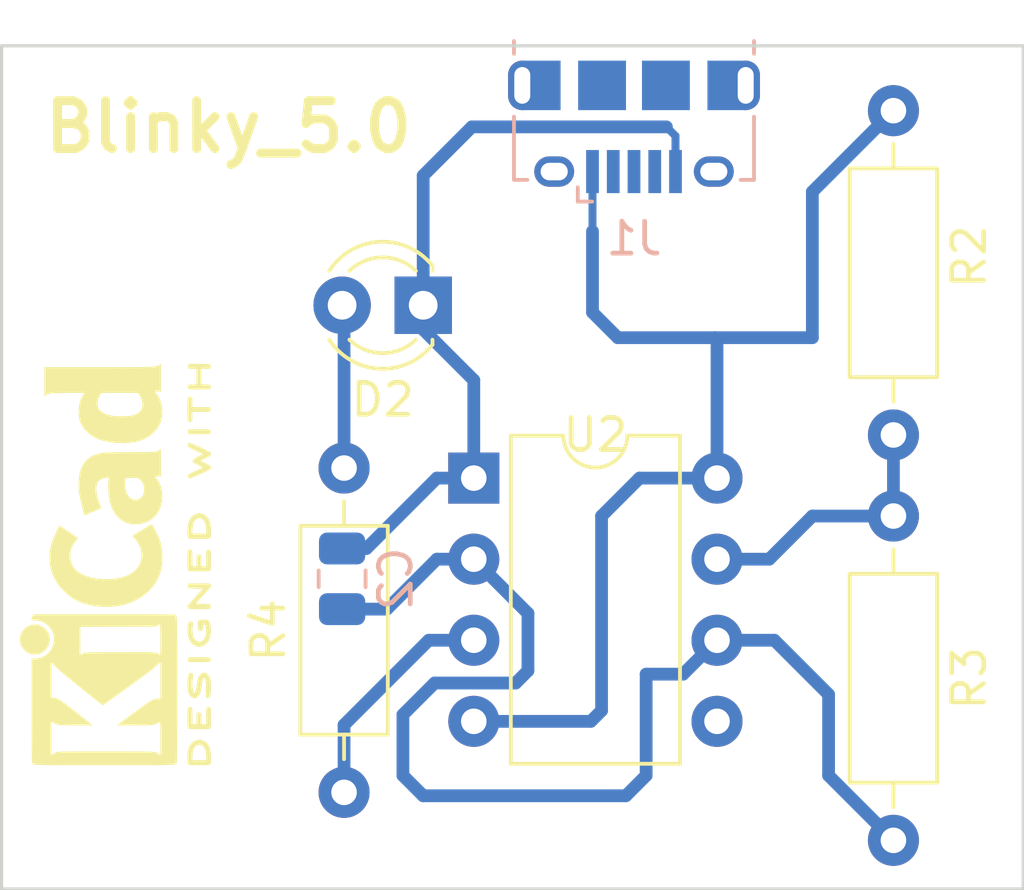
<source format=kicad_pcb>
(kicad_pcb (version 20171130) (host pcbnew 5.1.7-a382d34a8~87~ubuntu20.04.1)

  (general
    (thickness 1.6)
    (drawings 5)
    (tracks 55)
    (zones 0)
    (modules 8)
    (nets 11)
  )

  (page A4 portrait)
  (layers
    (0 F.Cu signal)
    (31 B.Cu signal)
    (33 F.Adhes user)
    (35 F.Paste user)
    (37 F.SilkS user)
    (38 B.Mask user)
    (39 F.Mask user)
    (40 Dwgs.User user)
    (41 Cmts.User user)
    (42 Eco1.User user)
    (43 Eco2.User user)
    (44 Edge.Cuts user)
    (45 Margin user)
    (46 B.CrtYd user)
    (47 F.CrtYd user)
    (49 F.Fab user)
  )

  (setup
    (last_trace_width 0.4)
    (user_trace_width 0.4)
    (trace_clearance 0.2)
    (zone_clearance 0.508)
    (zone_45_only no)
    (trace_min 0.2)
    (via_size 0.8)
    (via_drill 0.4)
    (via_min_size 0.4)
    (via_min_drill 0.3)
    (uvia_size 0.3)
    (uvia_drill 0.1)
    (uvias_allowed no)
    (uvia_min_size 0.2)
    (uvia_min_drill 0.1)
    (edge_width 0.05)
    (segment_width 0.2)
    (pcb_text_width 0.3)
    (pcb_text_size 1.5 1.5)
    (mod_edge_width 0.12)
    (mod_text_size 1 1)
    (mod_text_width 0.15)
    (pad_size 1 1.45)
    (pad_drill 0)
    (pad_to_mask_clearance 0)
    (aux_axis_origin 0 0)
    (visible_elements FFFFFF7F)
    (pcbplotparams
      (layerselection 0x010fc_ffffffff)
      (usegerberextensions false)
      (usegerberattributes true)
      (usegerberadvancedattributes true)
      (creategerberjobfile true)
      (excludeedgelayer true)
      (linewidth 0.100000)
      (plotframeref false)
      (viasonmask false)
      (mode 1)
      (useauxorigin false)
      (hpglpennumber 1)
      (hpglpenspeed 20)
      (hpglpendiameter 15.000000)
      (psnegative false)
      (psa4output false)
      (plotreference true)
      (plotvalue true)
      (plotinvisibletext false)
      (padsonsilk false)
      (subtractmaskfromsilk false)
      (outputformat 1)
      (mirror false)
      (drillshape 1)
      (scaleselection 1)
      (outputdirectory ""))
  )

  (net 0 "")
  (net 1 GND3)
  (net 2 "Net-(C2-Pad1)")
  (net 3 "Net-(D2-Pad2)")
  (net 4 "Net-(R2-Pad2)")
  (net 5 +5V)
  (net 6 "Net-(R4-Pad1)")
  (net 7 "Net-(U2-Pad5)")
  (net 8 "Net-(J1-Pad3)")
  (net 9 "Net-(J1-Pad2)")
  (net 10 "Net-(J1-Pad4)")

  (net_class Default "This is the default net class."
    (clearance 0.2)
    (trace_width 0.25)
    (via_dia 0.8)
    (via_drill 0.4)
    (uvia_dia 0.3)
    (uvia_drill 0.1)
    (add_net +5V)
    (add_net GND3)
    (add_net "Net-(C2-Pad1)")
    (add_net "Net-(D2-Pad2)")
    (add_net "Net-(J1-Pad2)")
    (add_net "Net-(J1-Pad3)")
    (add_net "Net-(J1-Pad4)")
    (add_net "Net-(R2-Pad2)")
    (add_net "Net-(R4-Pad1)")
    (add_net "Net-(U2-Pad5)")
  )

  (module Symbol:KiCad-Logo2_5mm_SilkScreen (layer F.Cu) (tedit 0) (tstamp 5FA8D589)
    (at 66.548 77.216 90)
    (descr "KiCad Logo")
    (tags "Logo KiCad")
    (attr virtual)
    (fp_text reference REF** (at 0 -5.08 90) (layer F.SilkS) hide
      (effects (font (size 1 1) (thickness 0.15)))
    )
    (fp_text value KiCad-Logo2_5mm_SilkScreen (at 0 5.08 90) (layer F.Fab) hide
      (effects (font (size 1 1) (thickness 0.15)))
    )
    (fp_poly (pts (xy -2.9464 -2.510946) (xy -2.935535 -2.397007) (xy -2.903918 -2.289384) (xy -2.853015 -2.190385)
      (xy -2.784293 -2.102316) (xy -2.699219 -2.027484) (xy -2.602232 -1.969616) (xy -2.495964 -1.929995)
      (xy -2.38895 -1.911427) (xy -2.2833 -1.912566) (xy -2.181125 -1.93207) (xy -2.084534 -1.968594)
      (xy -1.995638 -2.020795) (xy -1.916546 -2.087327) (xy -1.849369 -2.166848) (xy -1.796217 -2.258013)
      (xy -1.759199 -2.359477) (xy -1.740427 -2.469898) (xy -1.738489 -2.519794) (xy -1.738489 -2.607733)
      (xy -1.68656 -2.607733) (xy -1.650253 -2.604889) (xy -1.623355 -2.593089) (xy -1.596249 -2.569351)
      (xy -1.557867 -2.530969) (xy -1.557867 -0.339398) (xy -1.557876 -0.077261) (xy -1.557908 0.163241)
      (xy -1.557972 0.383048) (xy -1.558076 0.583101) (xy -1.558227 0.764344) (xy -1.558434 0.927716)
      (xy -1.558706 1.07416) (xy -1.55905 1.204617) (xy -1.559474 1.320029) (xy -1.559987 1.421338)
      (xy -1.560597 1.509484) (xy -1.561312 1.58541) (xy -1.56214 1.650057) (xy -1.563089 1.704367)
      (xy -1.564167 1.74928) (xy -1.565383 1.78574) (xy -1.566745 1.814687) (xy -1.568261 1.837063)
      (xy -1.569938 1.853809) (xy -1.571786 1.865868) (xy -1.573813 1.87418) (xy -1.576025 1.879687)
      (xy -1.577108 1.881537) (xy -1.581271 1.888549) (xy -1.584805 1.894996) (xy -1.588635 1.9009)
      (xy -1.593682 1.906286) (xy -1.600871 1.911178) (xy -1.611123 1.915598) (xy -1.625364 1.919572)
      (xy -1.644514 1.923121) (xy -1.669499 1.92627) (xy -1.70124 1.929042) (xy -1.740662 1.931461)
      (xy -1.788686 1.933551) (xy -1.846237 1.935335) (xy -1.914237 1.936837) (xy -1.99361 1.93808)
      (xy -2.085279 1.939089) (xy -2.190166 1.939885) (xy -2.309196 1.940494) (xy -2.44329 1.940939)
      (xy -2.593373 1.941243) (xy -2.760367 1.94143) (xy -2.945196 1.941524) (xy -3.148783 1.941548)
      (xy -3.37205 1.941525) (xy -3.615922 1.94148) (xy -3.881321 1.941437) (xy -3.919704 1.941432)
      (xy -4.186682 1.941389) (xy -4.432002 1.941318) (xy -4.656583 1.941213) (xy -4.861345 1.941066)
      (xy -5.047206 1.940869) (xy -5.215088 1.940616) (xy -5.365908 1.9403) (xy -5.500587 1.939913)
      (xy -5.620044 1.939447) (xy -5.725199 1.938897) (xy -5.816971 1.938253) (xy -5.896279 1.937511)
      (xy -5.964043 1.936661) (xy -6.021182 1.935697) (xy -6.068617 1.934611) (xy -6.107266 1.933397)
      (xy -6.138049 1.932047) (xy -6.161885 1.930555) (xy -6.179694 1.928911) (xy -6.192395 1.927111)
      (xy -6.200908 1.925145) (xy -6.205266 1.923477) (xy -6.213728 1.919906) (xy -6.221497 1.91727)
      (xy -6.228602 1.914634) (xy -6.235073 1.911062) (xy -6.240939 1.905621) (xy -6.246229 1.897375)
      (xy -6.250974 1.88539) (xy -6.255202 1.868731) (xy -6.258943 1.846463) (xy -6.262227 1.817652)
      (xy -6.265083 1.781363) (xy -6.26754 1.736661) (xy -6.269629 1.682611) (xy -6.271378 1.618279)
      (xy -6.272817 1.54273) (xy -6.273976 1.45503) (xy -6.274883 1.354243) (xy -6.275569 1.239434)
      (xy -6.276063 1.10967) (xy -6.276395 0.964015) (xy -6.276593 0.801535) (xy -6.276687 0.621295)
      (xy -6.276708 0.42236) (xy -6.276685 0.203796) (xy -6.276646 -0.035332) (xy -6.276622 -0.29596)
      (xy -6.276622 -0.338111) (xy -6.276636 -0.601008) (xy -6.276661 -0.842268) (xy -6.276671 -1.062835)
      (xy -6.276642 -1.263648) (xy -6.276548 -1.445651) (xy -6.276362 -1.609784) (xy -6.276059 -1.756989)
      (xy -6.275614 -1.888208) (xy -6.275034 -1.998133) (xy -5.972197 -1.998133) (xy -5.932407 -1.940289)
      (xy -5.921236 -1.924521) (xy -5.911166 -1.910559) (xy -5.902138 -1.897216) (xy -5.894097 -1.883307)
      (xy -5.886986 -1.867644) (xy -5.880747 -1.849042) (xy -5.875325 -1.826314) (xy -5.870662 -1.798273)
      (xy -5.866701 -1.763733) (xy -5.863385 -1.721508) (xy -5.860659 -1.670411) (xy -5.858464 -1.609256)
      (xy -5.856745 -1.536856) (xy -5.855444 -1.452025) (xy -5.854505 -1.353578) (xy -5.85387 -1.240326)
      (xy -5.853484 -1.111084) (xy -5.853288 -0.964666) (xy -5.853227 -0.799884) (xy -5.853243 -0.615553)
      (xy -5.85328 -0.410487) (xy -5.853289 -0.287867) (xy -5.853265 -0.070918) (xy -5.853231 0.124642)
      (xy -5.853243 0.299999) (xy -5.853358 0.456341) (xy -5.85363 0.594857) (xy -5.854118 0.716734)
      (xy -5.854876 0.82316) (xy -5.855962 0.915322) (xy -5.857431 0.994409) (xy -5.85934 1.061608)
      (xy -5.861744 1.118107) (xy -5.864701 1.165093) (xy -5.868266 1.203755) (xy -5.872495 1.23528)
      (xy -5.877446 1.260855) (xy -5.883173 1.28167) (xy -5.889733 1.298911) (xy -5.897183 1.313765)
      (xy -5.905579 1.327422) (xy -5.914976 1.341069) (xy -5.925432 1.355893) (xy -5.931523 1.364783)
      (xy -5.970296 1.4224) (xy -5.438732 1.4224) (xy -5.315483 1.422365) (xy -5.212987 1.422215)
      (xy -5.12942 1.421878) (xy -5.062956 1.421286) (xy -5.011771 1.420367) (xy -4.974041 1.419051)
      (xy -4.94794 1.417269) (xy -4.931644 1.414951) (xy -4.923328 1.412026) (xy -4.921168 1.408424)
      (xy -4.923339 1.404075) (xy -4.924535 1.402645) (xy -4.949685 1.365573) (xy -4.975583 1.312772)
      (xy -4.999192 1.25077) (xy -5.007461 1.224357) (xy -5.012078 1.206416) (xy -5.015979 1.185355)
      (xy -5.019248 1.159089) (xy -5.021966 1.125532) (xy -5.024215 1.082599) (xy -5.026077 1.028204)
      (xy -5.027636 0.960262) (xy -5.028972 0.876688) (xy -5.030169 0.775395) (xy -5.031308 0.6543)
      (xy -5.031685 0.6096) (xy -5.032702 0.484449) (xy -5.03346 0.380082) (xy -5.033903 0.294707)
      (xy -5.03397 0.226533) (xy -5.033605 0.173765) (xy -5.032748 0.134614) (xy -5.031341 0.107285)
      (xy -5.029325 0.089986) (xy -5.026643 0.080926) (xy -5.023236 0.078312) (xy -5.019044 0.080351)
      (xy -5.014571 0.084667) (xy -5.004216 0.097602) (xy -4.982158 0.126676) (xy -4.949957 0.169759)
      (xy -4.909174 0.224718) (xy -4.86137 0.289423) (xy -4.808105 0.361742) (xy -4.75094 0.439544)
      (xy -4.691437 0.520698) (xy -4.631155 0.603072) (xy -4.571655 0.684536) (xy -4.514498 0.762957)
      (xy -4.461245 0.836204) (xy -4.413457 0.902147) (xy -4.372693 0.958654) (xy -4.340516 1.003593)
      (xy -4.318485 1.034834) (xy -4.313917 1.041466) (xy -4.290996 1.078369) (xy -4.264188 1.126359)
      (xy -4.238789 1.175897) (xy -4.235568 1.182577) (xy -4.21389 1.230772) (xy -4.201304 1.268334)
      (xy -4.195574 1.30416) (xy -4.194456 1.3462) (xy -4.19509 1.4224) (xy -3.040651 1.4224)
      (xy -3.131815 1.328669) (xy -3.178612 1.278775) (xy -3.228899 1.222295) (xy -3.274944 1.168026)
      (xy -3.295369 1.142673) (xy -3.325807 1.103128) (xy -3.365862 1.049916) (xy -3.414361 0.984667)
      (xy -3.470135 0.909011) (xy -3.532011 0.824577) (xy -3.598819 0.732994) (xy -3.669387 0.635892)
      (xy -3.742545 0.534901) (xy -3.817121 0.43165) (xy -3.891944 0.327768) (xy -3.965843 0.224885)
      (xy -4.037646 0.124631) (xy -4.106184 0.028636) (xy -4.170284 -0.061473) (xy -4.228775 -0.144064)
      (xy -4.280486 -0.217508) (xy -4.324247 -0.280176) (xy -4.358885 -0.330439) (xy -4.38323 -0.366666)
      (xy -4.396111 -0.387229) (xy -4.397869 -0.391332) (xy -4.38991 -0.402658) (xy -4.369115 -0.429838)
      (xy -4.336847 -0.471171) (xy -4.29447 -0.524956) (xy -4.243347 -0.589494) (xy -4.184841 -0.663082)
      (xy -4.120314 -0.744022) (xy -4.051131 -0.830612) (xy -3.978653 -0.921152) (xy -3.904246 -1.01394)
      (xy -3.844517 -1.088298) (xy -2.833511 -1.088298) (xy -2.827602 -1.075341) (xy -2.813272 -1.053092)
      (xy -2.812225 -1.051609) (xy -2.793438 -1.021456) (xy -2.773791 -0.984625) (xy -2.769892 -0.976489)
      (xy -2.766356 -0.96806) (xy -2.76323 -0.957941) (xy -2.760486 -0.94474) (xy -2.758092 -0.927062)
      (xy -2.756019 -0.903516) (xy -2.754235 -0.872707) (xy -2.752712 -0.833243) (xy -2.751419 -0.783731)
      (xy -2.750326 -0.722777) (xy -2.749403 -0.648989) (xy -2.748619 -0.560972) (xy -2.747945 -0.457335)
      (xy -2.74735 -0.336684) (xy -2.746805 -0.197626) (xy -2.746279 -0.038768) (xy -2.745745 0.140089)
      (xy -2.745206 0.325207) (xy -2.744772 0.489145) (xy -2.744509 0.633303) (xy -2.744484 0.759079)
      (xy -2.744765 0.867871) (xy -2.745419 0.961077) (xy -2.746514 1.040097) (xy -2.748118 1.106328)
      (xy -2.750297 1.16117) (xy -2.753119 1.206021) (xy -2.756651 1.242278) (xy -2.760961 1.271341)
      (xy -2.766117 1.294609) (xy -2.772185 1.313479) (xy -2.779233 1.329351) (xy -2.787329 1.343622)
      (xy -2.79654 1.357691) (xy -2.80504 1.370158) (xy -2.822176 1.396452) (xy -2.832322 1.414037)
      (xy -2.833511 1.417257) (xy -2.822604 1.418334) (xy -2.791411 1.419335) (xy -2.742223 1.420235)
      (xy -2.677333 1.42101) (xy -2.59903 1.421637) (xy -2.509607 1.422091) (xy -2.411356 1.422349)
      (xy -2.342445 1.4224) (xy -2.237452 1.42218) (xy -2.14061 1.421548) (xy -2.054107 1.420549)
      (xy -1.980132 1.419227) (xy -1.920874 1.417626) (xy -1.87852 1.415791) (xy -1.85526 1.413765)
      (xy -1.851378 1.412493) (xy -1.859076 1.397591) (xy -1.867074 1.38956) (xy -1.880246 1.372434)
      (xy -1.897485 1.342183) (xy -1.909407 1.317622) (xy -1.936045 1.258711) (xy -1.93912 0.081845)
      (xy -1.942195 -1.095022) (xy -2.387853 -1.095022) (xy -2.48567 -1.094858) (xy -2.576064 -1.094389)
      (xy -2.65663 -1.093653) (xy -2.724962 -1.092684) (xy -2.778656 -1.09152) (xy -2.815305 -1.090197)
      (xy -2.832504 -1.088751) (xy -2.833511 -1.088298) (xy -3.844517 -1.088298) (xy -3.82927 -1.107278)
      (xy -3.75509 -1.199463) (xy -3.683069 -1.288796) (xy -3.614569 -1.373576) (xy -3.550955 -1.452102)
      (xy -3.493588 -1.522674) (xy -3.443833 -1.583591) (xy -3.403052 -1.633153) (xy -3.385888 -1.653822)
      (xy -3.299596 -1.754484) (xy -3.222997 -1.837741) (xy -3.154183 -1.905562) (xy -3.091248 -1.959911)
      (xy -3.081867 -1.967278) (xy -3.042356 -1.997883) (xy -4.174116 -1.998133) (xy -4.168827 -1.950156)
      (xy -4.17213 -1.892812) (xy -4.193661 -1.824537) (xy -4.233635 -1.744788) (xy -4.278943 -1.672505)
      (xy -4.295161 -1.64986) (xy -4.323214 -1.612304) (xy -4.36143 -1.561979) (xy -4.408137 -1.501027)
      (xy -4.461661 -1.431589) (xy -4.520331 -1.355806) (xy -4.582475 -1.27582) (xy -4.646421 -1.193772)
      (xy -4.710495 -1.111804) (xy -4.773027 -1.032057) (xy -4.832343 -0.956673) (xy -4.886771 -0.887793)
      (xy -4.934639 -0.827558) (xy -4.974275 -0.778111) (xy -5.004006 -0.741592) (xy -5.022161 -0.720142)
      (xy -5.02522 -0.716844) (xy -5.028079 -0.724851) (xy -5.030293 -0.755145) (xy -5.031857 -0.807444)
      (xy -5.032767 -0.881469) (xy -5.03302 -0.976937) (xy -5.032613 -1.093566) (xy -5.031704 -1.213555)
      (xy -5.030382 -1.345667) (xy -5.028857 -1.457406) (xy -5.026881 -1.550975) (xy -5.024206 -1.628581)
      (xy -5.020582 -1.692426) (xy -5.015761 -1.744717) (xy -5.009494 -1.787656) (xy -5.001532 -1.823449)
      (xy -4.991627 -1.8543) (xy -4.979531 -1.882414) (xy -4.964993 -1.909995) (xy -4.950311 -1.935034)
      (xy -4.912314 -1.998133) (xy -5.972197 -1.998133) (xy -6.275034 -1.998133) (xy -6.275001 -2.004383)
      (xy -6.274195 -2.106456) (xy -6.27317 -2.195367) (xy -6.2719 -2.272059) (xy -6.27036 -2.337473)
      (xy -6.268524 -2.392551) (xy -6.266367 -2.438235) (xy -6.263863 -2.475466) (xy -6.260987 -2.505187)
      (xy -6.257713 -2.528338) (xy -6.254015 -2.545861) (xy -6.249869 -2.558699) (xy -6.245247 -2.567792)
      (xy -6.240126 -2.574082) (xy -6.234478 -2.578512) (xy -6.228279 -2.582022) (xy -6.221504 -2.585555)
      (xy -6.215508 -2.589124) (xy -6.210275 -2.5917) (xy -6.202099 -2.594028) (xy -6.189886 -2.596122)
      (xy -6.172541 -2.597993) (xy -6.148969 -2.599653) (xy -6.118077 -2.601116) (xy -6.078768 -2.602392)
      (xy -6.02995 -2.603496) (xy -5.970527 -2.604439) (xy -5.899404 -2.605233) (xy -5.815488 -2.605891)
      (xy -5.717683 -2.606425) (xy -5.604894 -2.606847) (xy -5.476029 -2.607171) (xy -5.329991 -2.607408)
      (xy -5.165686 -2.60757) (xy -4.98202 -2.60767) (xy -4.777897 -2.60772) (xy -4.566753 -2.607733)
      (xy -2.9464 -2.607733) (xy -2.9464 -2.510946)) (layer F.SilkS) (width 0.01))
    (fp_poly (pts (xy 0.328429 -2.050929) (xy 0.48857 -2.029755) (xy 0.65251 -1.989615) (xy 0.822313 -1.930111)
      (xy 1.000043 -1.850846) (xy 1.01131 -1.845301) (xy 1.069005 -1.817275) (xy 1.120552 -1.793198)
      (xy 1.162191 -1.774751) (xy 1.190162 -1.763614) (xy 1.199733 -1.761067) (xy 1.21895 -1.756059)
      (xy 1.223561 -1.751853) (xy 1.218458 -1.74142) (xy 1.202418 -1.715132) (xy 1.177288 -1.675743)
      (xy 1.144914 -1.626009) (xy 1.107143 -1.568685) (xy 1.065822 -1.506524) (xy 1.022798 -1.442282)
      (xy 0.979917 -1.378715) (xy 0.939026 -1.318575) (xy 0.901971 -1.26462) (xy 0.8706 -1.219603)
      (xy 0.846759 -1.186279) (xy 0.832294 -1.167403) (xy 0.830309 -1.165213) (xy 0.820191 -1.169862)
      (xy 0.79785 -1.187038) (xy 0.76728 -1.21356) (xy 0.751536 -1.228036) (xy 0.655047 -1.303318)
      (xy 0.548336 -1.358759) (xy 0.432832 -1.393859) (xy 0.309962 -1.40812) (xy 0.240561 -1.406949)
      (xy 0.119423 -1.389788) (xy 0.010205 -1.353906) (xy -0.087418 -1.299041) (xy -0.173772 -1.22493)
      (xy -0.249185 -1.131312) (xy -0.313982 -1.017924) (xy -0.351399 -0.931333) (xy -0.395252 -0.795634)
      (xy -0.427572 -0.64815) (xy -0.448443 -0.492686) (xy -0.457949 -0.333044) (xy -0.456173 -0.173027)
      (xy -0.443197 -0.016439) (xy -0.419106 0.132918) (xy -0.383982 0.27124) (xy -0.337908 0.394724)
      (xy -0.321627 0.428978) (xy -0.25338 0.543064) (xy -0.172921 0.639557) (xy -0.08143 0.71767)
      (xy 0.019911 0.776617) (xy 0.12992 0.815612) (xy 0.247415 0.833868) (xy 0.288883 0.835211)
      (xy 0.410441 0.82429) (xy 0.530878 0.791474) (xy 0.648666 0.737439) (xy 0.762277 0.662865)
      (xy 0.853685 0.584539) (xy 0.900215 0.540008) (xy 1.081483 0.837271) (xy 1.12658 0.911433)
      (xy 1.167819 0.979646) (xy 1.203735 1.039459) (xy 1.232866 1.08842) (xy 1.25375 1.124079)
      (xy 1.264924 1.143984) (xy 1.266375 1.147079) (xy 1.258146 1.156718) (xy 1.232567 1.173999)
      (xy 1.192873 1.197283) (xy 1.142297 1.224934) (xy 1.084074 1.255315) (xy 1.021437 1.28679)
      (xy 0.957621 1.317722) (xy 0.89586 1.346473) (xy 0.839388 1.371408) (xy 0.791438 1.390889)
      (xy 0.767986 1.399318) (xy 0.634221 1.437133) (xy 0.496327 1.462136) (xy 0.348622 1.47514)
      (xy 0.221833 1.477468) (xy 0.153878 1.476373) (xy 0.088277 1.474275) (xy 0.030847 1.471434)
      (xy -0.012597 1.468106) (xy -0.026702 1.466422) (xy -0.165716 1.437587) (xy -0.307243 1.392468)
      (xy -0.444725 1.33375) (xy -0.571606 1.26412) (xy -0.649111 1.211441) (xy -0.776519 1.103239)
      (xy -0.894822 0.976671) (xy -1.001828 0.834866) (xy -1.095348 0.680951) (xy -1.17319 0.518053)
      (xy -1.217044 0.400756) (xy -1.267292 0.217128) (xy -1.300791 0.022581) (xy -1.317551 -0.178675)
      (xy -1.317584 -0.382432) (xy -1.300899 -0.584479) (xy -1.267507 -0.780608) (xy -1.21742 -0.966609)
      (xy -1.213603 -0.978197) (xy -1.150719 -1.14025) (xy -1.073972 -1.288168) (xy -0.980758 -1.426135)
      (xy -0.868473 -1.558339) (xy -0.824608 -1.603601) (xy -0.688466 -1.727543) (xy -0.548509 -1.830085)
      (xy -0.402589 -1.912344) (xy -0.248558 -1.975436) (xy -0.084268 -2.020477) (xy 0.011289 -2.037967)
      (xy 0.170023 -2.053534) (xy 0.328429 -2.050929)) (layer F.SilkS) (width 0.01))
    (fp_poly (pts (xy 2.673574 -1.133448) (xy 2.825492 -1.113433) (xy 2.960756 -1.079798) (xy 3.080239 -1.032275)
      (xy 3.184815 -0.970595) (xy 3.262424 -0.907035) (xy 3.331265 -0.832901) (xy 3.385006 -0.753129)
      (xy 3.42791 -0.660909) (xy 3.443384 -0.617839) (xy 3.456244 -0.578858) (xy 3.467446 -0.542711)
      (xy 3.47712 -0.507566) (xy 3.485396 -0.47159) (xy 3.492403 -0.43295) (xy 3.498272 -0.389815)
      (xy 3.503131 -0.340351) (xy 3.50711 -0.282727) (xy 3.51034 -0.215109) (xy 3.512949 -0.135666)
      (xy 3.515067 -0.042564) (xy 3.516824 0.066027) (xy 3.518349 0.191942) (xy 3.519772 0.337012)
      (xy 3.521025 0.479778) (xy 3.522351 0.635968) (xy 3.523556 0.771239) (xy 3.524766 0.887246)
      (xy 3.526106 0.985645) (xy 3.5277 1.068093) (xy 3.529675 1.136246) (xy 3.532156 1.19176)
      (xy 3.535269 1.236292) (xy 3.539138 1.271498) (xy 3.543889 1.299034) (xy 3.549648 1.320556)
      (xy 3.556539 1.337722) (xy 3.564689 1.352186) (xy 3.574223 1.365606) (xy 3.585266 1.379638)
      (xy 3.589566 1.385071) (xy 3.605386 1.40791) (xy 3.612422 1.423463) (xy 3.612444 1.423922)
      (xy 3.601567 1.426121) (xy 3.570582 1.428147) (xy 3.521957 1.429942) (xy 3.458163 1.431451)
      (xy 3.381669 1.432616) (xy 3.294944 1.43338) (xy 3.200457 1.433686) (xy 3.18955 1.433689)
      (xy 2.766657 1.433689) (xy 2.763395 1.337622) (xy 2.760133 1.241556) (xy 2.698044 1.292543)
      (xy 2.600714 1.360057) (xy 2.490813 1.414749) (xy 2.404349 1.444978) (xy 2.335278 1.459666)
      (xy 2.251925 1.469659) (xy 2.162159 1.474646) (xy 2.073845 1.474313) (xy 1.994851 1.468351)
      (xy 1.958622 1.462638) (xy 1.818603 1.424776) (xy 1.692178 1.369932) (xy 1.58026 1.298924)
      (xy 1.483762 1.212568) (xy 1.4036 1.111679) (xy 1.340687 0.997076) (xy 1.296312 0.870984)
      (xy 1.283978 0.814401) (xy 1.276368 0.752202) (xy 1.272739 0.677363) (xy 1.272245 0.643467)
      (xy 1.27231 0.640282) (xy 2.032248 0.640282) (xy 2.041541 0.715333) (xy 2.069728 0.77916)
      (xy 2.118197 0.834798) (xy 2.123254 0.839211) (xy 2.171548 0.874037) (xy 2.223257 0.89662)
      (xy 2.283989 0.90854) (xy 2.359352 0.911383) (xy 2.377459 0.910978) (xy 2.431278 0.908325)
      (xy 2.471308 0.902909) (xy 2.506324 0.892745) (xy 2.545103 0.87585) (xy 2.555745 0.870672)
      (xy 2.616396 0.834844) (xy 2.663215 0.792212) (xy 2.675952 0.776973) (xy 2.720622 0.720462)
      (xy 2.720622 0.524586) (xy 2.720086 0.445939) (xy 2.718396 0.387988) (xy 2.715428 0.348875)
      (xy 2.711057 0.326741) (xy 2.706972 0.320274) (xy 2.691047 0.317111) (xy 2.657264 0.314488)
      (xy 2.61034 0.312655) (xy 2.554993 0.311857) (xy 2.546106 0.311842) (xy 2.42533 0.317096)
      (xy 2.32266 0.333263) (xy 2.236106 0.360961) (xy 2.163681 0.400808) (xy 2.108751 0.447758)
      (xy 2.064204 0.505645) (xy 2.03948 0.568693) (xy 2.032248 0.640282) (xy 1.27231 0.640282)
      (xy 1.274178 0.549712) (xy 1.282522 0.470812) (xy 1.298768 0.39959) (xy 1.324405 0.328864)
      (xy 1.348401 0.276493) (xy 1.40702 0.181196) (xy 1.485117 0.09317) (xy 1.580315 0.014017)
      (xy 1.690238 -0.05466) (xy 1.81251 -0.111259) (xy 1.944755 -0.154179) (xy 2.009422 -0.169118)
      (xy 2.145604 -0.191223) (xy 2.294049 -0.205806) (xy 2.445505 -0.212187) (xy 2.572064 -0.210555)
      (xy 2.73395 -0.203776) (xy 2.72653 -0.262755) (xy 2.707238 -0.361908) (xy 2.676104 -0.442628)
      (xy 2.632269 -0.505534) (xy 2.574871 -0.551244) (xy 2.503048 -0.580378) (xy 2.415941 -0.593553)
      (xy 2.312686 -0.591389) (xy 2.274711 -0.587388) (xy 2.13352 -0.56222) (xy 1.996707 -0.521186)
      (xy 1.902178 -0.483185) (xy 1.857018 -0.46381) (xy 1.818585 -0.44824) (xy 1.792234 -0.438595)
      (xy 1.784546 -0.436548) (xy 1.774802 -0.445626) (xy 1.758083 -0.474595) (xy 1.734232 -0.523783)
      (xy 1.703093 -0.593516) (xy 1.664507 -0.684121) (xy 1.65791 -0.699911) (xy 1.627853 -0.772228)
      (xy 1.600874 -0.837575) (xy 1.578136 -0.893094) (xy 1.560806 -0.935928) (xy 1.550048 -0.963219)
      (xy 1.546941 -0.972058) (xy 1.55694 -0.976813) (xy 1.583217 -0.98209) (xy 1.611489 -0.985769)
      (xy 1.641646 -0.990526) (xy 1.689433 -0.999972) (xy 1.750612 -1.01318) (xy 1.820946 -1.029224)
      (xy 1.896194 -1.04718) (xy 1.924755 -1.054203) (xy 2.029816 -1.079791) (xy 2.11748 -1.099853)
      (xy 2.192068 -1.115031) (xy 2.257903 -1.125965) (xy 2.319307 -1.133296) (xy 2.380602 -1.137665)
      (xy 2.44611 -1.139713) (xy 2.504128 -1.140111) (xy 2.673574 -1.133448)) (layer F.SilkS) (width 0.01))
    (fp_poly (pts (xy 6.186507 -0.527755) (xy 6.186526 -0.293338) (xy 6.186552 -0.080397) (xy 6.186625 0.112168)
      (xy 6.186782 0.285459) (xy 6.187064 0.440576) (xy 6.187509 0.57862) (xy 6.188156 0.700692)
      (xy 6.189045 0.807894) (xy 6.190213 0.901326) (xy 6.191701 0.98209) (xy 6.193546 1.051286)
      (xy 6.195789 1.110015) (xy 6.198469 1.159379) (xy 6.201623 1.200478) (xy 6.205292 1.234413)
      (xy 6.209513 1.262286) (xy 6.214327 1.285198) (xy 6.219773 1.304249) (xy 6.225888 1.32054)
      (xy 6.232712 1.335173) (xy 6.240285 1.349249) (xy 6.248645 1.363868) (xy 6.253839 1.372974)
      (xy 6.288104 1.433689) (xy 5.429955 1.433689) (xy 5.429955 1.337733) (xy 5.429224 1.29437)
      (xy 5.427272 1.261205) (xy 5.424463 1.243424) (xy 5.423221 1.241778) (xy 5.411799 1.248662)
      (xy 5.389084 1.266505) (xy 5.366385 1.285879) (xy 5.3118 1.326614) (xy 5.242321 1.367617)
      (xy 5.16527 1.405123) (xy 5.087965 1.435364) (xy 5.057113 1.445012) (xy 4.988616 1.459578)
      (xy 4.905764 1.469539) (xy 4.816371 1.474583) (xy 4.728248 1.474396) (xy 4.649207 1.468666)
      (xy 4.611511 1.462858) (xy 4.473414 1.424797) (xy 4.346113 1.367073) (xy 4.230292 1.290211)
      (xy 4.126637 1.194739) (xy 4.035833 1.081179) (xy 3.969031 0.970381) (xy 3.914164 0.853625)
      (xy 3.872163 0.734276) (xy 3.842167 0.608283) (xy 3.823311 0.471594) (xy 3.814732 0.320158)
      (xy 3.814006 0.242711) (xy 3.8161 0.185934) (xy 4.645217 0.185934) (xy 4.645424 0.279002)
      (xy 4.648337 0.366692) (xy 4.654 0.443772) (xy 4.662455 0.505009) (xy 4.665038 0.51735)
      (xy 4.69684 0.624633) (xy 4.738498 0.711658) (xy 4.790363 0.778642) (xy 4.852781 0.825805)
      (xy 4.9261 0.853365) (xy 5.010669 0.861541) (xy 5.106835 0.850551) (xy 5.170311 0.834829)
      (xy 5.219454 0.816639) (xy 5.273583 0.790791) (xy 5.314244 0.767089) (xy 5.3848 0.720721)
      (xy 5.3848 -0.42947) (xy 5.317392 -0.473038) (xy 5.238867 -0.51396) (xy 5.154681 -0.540611)
      (xy 5.069557 -0.552535) (xy 4.988216 -0.549278) (xy 4.91538 -0.530385) (xy 4.883426 -0.514816)
      (xy 4.825501 -0.471819) (xy 4.776544 -0.415047) (xy 4.73539 -0.342425) (xy 4.700874 -0.251879)
      (xy 4.671833 -0.141334) (xy 4.670552 -0.135467) (xy 4.660381 -0.073212) (xy 4.652739 0.004594)
      (xy 4.64767 0.09272) (xy 4.645217 0.185934) (xy 3.8161 0.185934) (xy 3.821857 0.029895)
      (xy 3.843802 -0.165941) (xy 3.879786 -0.344668) (xy 3.929759 -0.506155) (xy 3.993668 -0.650274)
      (xy 4.071462 -0.776894) (xy 4.163089 -0.885885) (xy 4.268497 -0.977117) (xy 4.313662 -1.008068)
      (xy 4.414611 -1.064215) (xy 4.517901 -1.103826) (xy 4.627989 -1.127986) (xy 4.74933 -1.137781)
      (xy 4.841836 -1.136735) (xy 4.97149 -1.125769) (xy 5.084084 -1.103954) (xy 5.182875 -1.070286)
      (xy 5.271121 -1.023764) (xy 5.319986 -0.989552) (xy 5.349353 -0.967638) (xy 5.371043 -0.952667)
      (xy 5.379253 -0.948267) (xy 5.380868 -0.959096) (xy 5.382159 -0.989749) (xy 5.383138 -1.037474)
      (xy 5.383817 -1.099521) (xy 5.38421 -1.173138) (xy 5.38433 -1.255573) (xy 5.384188 -1.344075)
      (xy 5.383797 -1.435893) (xy 5.383171 -1.528276) (xy 5.38232 -1.618472) (xy 5.38126 -1.703729)
      (xy 5.380001 -1.781297) (xy 5.378556 -1.848424) (xy 5.376938 -1.902359) (xy 5.375161 -1.94035)
      (xy 5.374669 -1.947333) (xy 5.367092 -2.017749) (xy 5.355531 -2.072898) (xy 5.337792 -2.120019)
      (xy 5.311682 -2.166353) (xy 5.305415 -2.175933) (xy 5.280983 -2.212622) (xy 6.186311 -2.212622)
      (xy 6.186507 -0.527755)) (layer F.SilkS) (width 0.01))
    (fp_poly (pts (xy -2.273043 -2.973429) (xy -2.176768 -2.949191) (xy -2.090184 -2.906359) (xy -2.015373 -2.846581)
      (xy -1.954418 -2.771506) (xy -1.909399 -2.68278) (xy -1.883136 -2.58647) (xy -1.877286 -2.489205)
      (xy -1.89214 -2.395346) (xy -1.92584 -2.307489) (xy -1.976528 -2.22823) (xy -2.042345 -2.160164)
      (xy -2.121434 -2.105888) (xy -2.211934 -2.067998) (xy -2.2632 -2.055574) (xy -2.307698 -2.048053)
      (xy -2.341999 -2.045081) (xy -2.37496 -2.046906) (xy -2.415434 -2.053775) (xy -2.448531 -2.06075)
      (xy -2.541947 -2.092259) (xy -2.625619 -2.143383) (xy -2.697665 -2.212571) (xy -2.7562 -2.298272)
      (xy -2.770148 -2.325511) (xy -2.786586 -2.361878) (xy -2.796894 -2.392418) (xy -2.80246 -2.42455)
      (xy -2.804669 -2.465693) (xy -2.804948 -2.511778) (xy -2.800861 -2.596135) (xy -2.787446 -2.665414)
      (xy -2.762256 -2.726039) (xy -2.722846 -2.784433) (xy -2.684298 -2.828698) (xy -2.612406 -2.894516)
      (xy -2.537313 -2.939947) (xy -2.454562 -2.96715) (xy -2.376928 -2.977424) (xy -2.273043 -2.973429)) (layer F.SilkS) (width 0.01))
    (fp_poly (pts (xy -6.121371 2.269066) (xy -6.081889 2.269467) (xy -5.9662 2.272259) (xy -5.869311 2.28055)
      (xy -5.787919 2.295232) (xy -5.718723 2.317193) (xy -5.65842 2.347322) (xy -5.603708 2.38651)
      (xy -5.584167 2.403532) (xy -5.55175 2.443363) (xy -5.52252 2.497413) (xy -5.499991 2.557323)
      (xy -5.487679 2.614739) (xy -5.4864 2.635956) (xy -5.494417 2.694769) (xy -5.515899 2.759013)
      (xy -5.546999 2.819821) (xy -5.583866 2.86833) (xy -5.589854 2.874182) (xy -5.640579 2.915321)
      (xy -5.696125 2.947435) (xy -5.759696 2.971365) (xy -5.834494 2.987953) (xy -5.923722 2.998041)
      (xy -6.030582 3.002469) (xy -6.079528 3.002845) (xy -6.141762 3.002545) (xy -6.185528 3.001292)
      (xy -6.214931 2.998554) (xy -6.234079 2.993801) (xy -6.247077 2.986501) (xy -6.254045 2.980267)
      (xy -6.260626 2.972694) (xy -6.265788 2.962924) (xy -6.269703 2.94834) (xy -6.272543 2.926326)
      (xy -6.27448 2.894264) (xy -6.275684 2.849536) (xy -6.276328 2.789526) (xy -6.276583 2.711617)
      (xy -6.276622 2.635956) (xy -6.27687 2.535041) (xy -6.276817 2.454427) (xy -6.275857 2.415822)
      (xy -6.129867 2.415822) (xy -6.129867 2.856089) (xy -6.036734 2.856004) (xy -5.980693 2.854396)
      (xy -5.921999 2.850256) (xy -5.873028 2.844464) (xy -5.871538 2.844226) (xy -5.792392 2.82509)
      (xy -5.731002 2.795287) (xy -5.684305 2.752878) (xy -5.654635 2.706961) (xy -5.636353 2.656026)
      (xy -5.637771 2.6082) (xy -5.658988 2.556933) (xy -5.700489 2.503899) (xy -5.757998 2.4646)
      (xy -5.83275 2.438331) (xy -5.882708 2.429035) (xy -5.939416 2.422507) (xy -5.999519 2.417782)
      (xy -6.050639 2.415817) (xy -6.053667 2.415808) (xy -6.129867 2.415822) (xy -6.275857 2.415822)
      (xy -6.27526 2.391851) (xy -6.270998 2.345055) (xy -6.26283 2.311778) (xy -6.249556 2.289759)
      (xy -6.229974 2.276739) (xy -6.202883 2.270457) (xy -6.167082 2.268653) (xy -6.121371 2.269066)) (layer F.SilkS) (width 0.01))
    (fp_poly (pts (xy -4.712794 2.269146) (xy -4.643386 2.269518) (xy -4.590997 2.270385) (xy -4.552847 2.271946)
      (xy -4.526159 2.274403) (xy -4.508153 2.277957) (xy -4.496049 2.28281) (xy -4.487069 2.289161)
      (xy -4.483818 2.292084) (xy -4.464043 2.323142) (xy -4.460482 2.358828) (xy -4.473491 2.39051)
      (xy -4.479506 2.396913) (xy -4.489235 2.403121) (xy -4.504901 2.40791) (xy -4.529408 2.411514)
      (xy -4.565661 2.414164) (xy -4.616565 2.416095) (xy -4.685026 2.417539) (xy -4.747617 2.418418)
      (xy -4.995334 2.421467) (xy -4.998719 2.486378) (xy -5.002105 2.551289) (xy -4.833958 2.551289)
      (xy -4.760959 2.551919) (xy -4.707517 2.554553) (xy -4.670628 2.560309) (xy -4.647288 2.570304)
      (xy -4.634494 2.585656) (xy -4.629242 2.607482) (xy -4.628445 2.627738) (xy -4.630923 2.652592)
      (xy -4.640277 2.670906) (xy -4.659383 2.683637) (xy -4.691118 2.691741) (xy -4.738359 2.696176)
      (xy -4.803983 2.697899) (xy -4.839801 2.698045) (xy -5.000978 2.698045) (xy -5.000978 2.856089)
      (xy -4.752622 2.856089) (xy -4.671213 2.856202) (xy -4.609342 2.856712) (xy -4.563968 2.85787)
      (xy -4.532054 2.85993) (xy -4.510559 2.863146) (xy -4.496443 2.867772) (xy -4.486668 2.874059)
      (xy -4.481689 2.878667) (xy -4.46461 2.90556) (xy -4.459111 2.929467) (xy -4.466963 2.958667)
      (xy -4.481689 2.980267) (xy -4.489546 2.987066) (xy -4.499688 2.992346) (xy -4.514844 2.996298)
      (xy -4.537741 2.999113) (xy -4.571109 3.000982) (xy -4.617675 3.002098) (xy -4.680167 3.002651)
      (xy -4.761314 3.002833) (xy -4.803422 3.002845) (xy -4.893598 3.002765) (xy -4.963924 3.002398)
      (xy -5.017129 3.001552) (xy -5.05594 3.000036) (xy -5.083087 2.997659) (xy -5.101298 2.994229)
      (xy -5.1133 2.989554) (xy -5.121822 2.983444) (xy -5.125156 2.980267) (xy -5.131755 2.97267)
      (xy -5.136927 2.96287) (xy -5.140846 2.948239) (xy -5.143684 2.926152) (xy -5.145615 2.893982)
      (xy -5.146812 2.849103) (xy -5.147448 2.788889) (xy -5.147697 2.710713) (xy -5.147734 2.637923)
      (xy -5.1477 2.544707) (xy -5.147465 2.471431) (xy -5.14683 2.415458) (xy -5.145594 2.374151)
      (xy -5.143556 2.344872) (xy -5.140517 2.324984) (xy -5.136277 2.31185) (xy -5.130635 2.302832)
      (xy -5.123391 2.295293) (xy -5.121606 2.293612) (xy -5.112945 2.286172) (xy -5.102882 2.280409)
      (xy -5.088625 2.276112) (xy -5.067383 2.273064) (xy -5.036364 2.271051) (xy -4.992777 2.26986)
      (xy -4.933831 2.269275) (xy -4.856734 2.269083) (xy -4.802001 2.269067) (xy -4.712794 2.269146)) (layer F.SilkS) (width 0.01))
    (fp_poly (pts (xy -3.691703 2.270351) (xy -3.616888 2.275581) (xy -3.547306 2.28375) (xy -3.487002 2.29455)
      (xy -3.44002 2.307673) (xy -3.410406 2.322813) (xy -3.40586 2.327269) (xy -3.390054 2.36185)
      (xy -3.394847 2.397351) (xy -3.419364 2.427725) (xy -3.420534 2.428596) (xy -3.434954 2.437954)
      (xy -3.450008 2.442876) (xy -3.471005 2.443473) (xy -3.503257 2.439861) (xy -3.552073 2.432154)
      (xy -3.556 2.431505) (xy -3.628739 2.422569) (xy -3.707217 2.418161) (xy -3.785927 2.418119)
      (xy -3.859361 2.422279) (xy -3.922011 2.430479) (xy -3.96837 2.442557) (xy -3.971416 2.443771)
      (xy -4.005048 2.462615) (xy -4.016864 2.481685) (xy -4.007614 2.500439) (xy -3.978047 2.518337)
      (xy -3.928911 2.534837) (xy -3.860957 2.549396) (xy -3.815645 2.556406) (xy -3.721456 2.569889)
      (xy -3.646544 2.582214) (xy -3.587717 2.594449) (xy -3.541785 2.607661) (xy -3.505555 2.622917)
      (xy -3.475838 2.641285) (xy -3.449442 2.663831) (xy -3.42823 2.685971) (xy -3.403065 2.716819)
      (xy -3.390681 2.743345) (xy -3.386808 2.776026) (xy -3.386667 2.787995) (xy -3.389576 2.827712)
      (xy -3.401202 2.857259) (xy -3.421323 2.883486) (xy -3.462216 2.923576) (xy -3.507817 2.954149)
      (xy -3.561513 2.976203) (xy -3.626692 2.990735) (xy -3.706744 2.998741) (xy -3.805057 3.001218)
      (xy -3.821289 3.001177) (xy -3.886849 2.999818) (xy -3.951866 2.99673) (xy -4.009252 2.992356)
      (xy -4.051922 2.98714) (xy -4.055372 2.986541) (xy -4.097796 2.976491) (xy -4.13378 2.963796)
      (xy -4.15415 2.95219) (xy -4.173107 2.921572) (xy -4.174427 2.885918) (xy -4.158085 2.854144)
      (xy -4.154429 2.850551) (xy -4.139315 2.839876) (xy -4.120415 2.835276) (xy -4.091162 2.836059)
      (xy -4.055651 2.840127) (xy -4.01597 2.843762) (xy -3.960345 2.846828) (xy -3.895406 2.849053)
      (xy -3.827785 2.850164) (xy -3.81 2.850237) (xy -3.742128 2.849964) (xy -3.692454 2.848646)
      (xy -3.65661 2.845827) (xy -3.630224 2.84105) (xy -3.608926 2.833857) (xy -3.596126 2.827867)
      (xy -3.568 2.811233) (xy -3.550068 2.796168) (xy -3.547447 2.791897) (xy -3.552976 2.774263)
      (xy -3.57926 2.757192) (xy -3.624478 2.741458) (xy -3.686808 2.727838) (xy -3.705171 2.724804)
      (xy -3.80109 2.709738) (xy -3.877641 2.697146) (xy -3.93778 2.686111) (xy -3.98446 2.67572)
      (xy -4.020637 2.665056) (xy -4.049265 2.653205) (xy -4.073298 2.639251) (xy -4.095692 2.622281)
      (xy -4.119402 2.601378) (xy -4.12738 2.594049) (xy -4.155353 2.566699) (xy -4.17016 2.545029)
      (xy -4.175952 2.520232) (xy -4.176889 2.488983) (xy -4.166575 2.427705) (xy -4.135752 2.37564)
      (xy -4.084595 2.332958) (xy -4.013283 2.299825) (xy -3.9624 2.284964) (xy -3.9071 2.275366)
      (xy -3.840853 2.269936) (xy -3.767706 2.268367) (xy -3.691703 2.270351)) (layer F.SilkS) (width 0.01))
    (fp_poly (pts (xy -2.923822 2.291645) (xy -2.917242 2.299218) (xy -2.912079 2.308987) (xy -2.908164 2.323571)
      (xy -2.905324 2.345585) (xy -2.903387 2.377648) (xy -2.902183 2.422375) (xy -2.901539 2.482385)
      (xy -2.901284 2.560294) (xy -2.901245 2.635956) (xy -2.901314 2.729802) (xy -2.901638 2.803689)
      (xy -2.902386 2.860232) (xy -2.903732 2.902049) (xy -2.905846 2.931757) (xy -2.9089 2.951973)
      (xy -2.913066 2.965314) (xy -2.918516 2.974398) (xy -2.923822 2.980267) (xy -2.956826 2.999947)
      (xy -2.991991 2.998181) (xy -3.023455 2.976717) (xy -3.030684 2.968337) (xy -3.036334 2.958614)
      (xy -3.040599 2.944861) (xy -3.043673 2.924389) (xy -3.045752 2.894512) (xy -3.04703 2.852541)
      (xy -3.047701 2.795789) (xy -3.047959 2.721567) (xy -3.048 2.637537) (xy -3.048 2.324485)
      (xy -3.020291 2.296776) (xy -2.986137 2.273463) (xy -2.953006 2.272623) (xy -2.923822 2.291645)) (layer F.SilkS) (width 0.01))
    (fp_poly (pts (xy -1.950081 2.274599) (xy -1.881565 2.286095) (xy -1.828943 2.303967) (xy -1.794708 2.327499)
      (xy -1.785379 2.340924) (xy -1.775893 2.372148) (xy -1.782277 2.400395) (xy -1.80243 2.427182)
      (xy -1.833745 2.439713) (xy -1.879183 2.438696) (xy -1.914326 2.431906) (xy -1.992419 2.418971)
      (xy -2.072226 2.417742) (xy -2.161555 2.428241) (xy -2.186229 2.43269) (xy -2.269291 2.456108)
      (xy -2.334273 2.490945) (xy -2.380461 2.536604) (xy -2.407145 2.592494) (xy -2.412663 2.621388)
      (xy -2.409051 2.680012) (xy -2.385729 2.731879) (xy -2.344824 2.775978) (xy -2.288459 2.811299)
      (xy -2.21876 2.836829) (xy -2.137852 2.851559) (xy -2.04786 2.854478) (xy -1.95091 2.844575)
      (xy -1.945436 2.843641) (xy -1.906875 2.836459) (xy -1.885494 2.829521) (xy -1.876227 2.819227)
      (xy -1.874006 2.801976) (xy -1.873956 2.792841) (xy -1.873956 2.754489) (xy -1.942431 2.754489)
      (xy -2.0029 2.750347) (xy -2.044165 2.737147) (xy -2.068175 2.71373) (xy -2.076877 2.678936)
      (xy -2.076983 2.674394) (xy -2.071892 2.644654) (xy -2.054433 2.623419) (xy -2.021939 2.609366)
      (xy -1.971743 2.601173) (xy -1.923123 2.598161) (xy -1.852456 2.596433) (xy -1.801198 2.59907)
      (xy -1.766239 2.6088) (xy -1.74447 2.628353) (xy -1.73278 2.660456) (xy -1.72806 2.707838)
      (xy -1.7272 2.770071) (xy -1.728609 2.839535) (xy -1.732848 2.886786) (xy -1.739936 2.912012)
      (xy -1.741311 2.913988) (xy -1.780228 2.945508) (xy -1.837286 2.97047) (xy -1.908869 2.98834)
      (xy -1.991358 2.998586) (xy -2.081139 3.000673) (xy -2.174592 2.994068) (xy -2.229556 2.985956)
      (xy -2.315766 2.961554) (xy -2.395892 2.921662) (xy -2.462977 2.869887) (xy -2.473173 2.859539)
      (xy -2.506302 2.816035) (xy -2.536194 2.762118) (xy -2.559357 2.705592) (xy -2.572298 2.654259)
      (xy -2.573858 2.634544) (xy -2.567218 2.593419) (xy -2.549568 2.542252) (xy -2.524297 2.488394)
      (xy -2.494789 2.439195) (xy -2.468719 2.406334) (xy -2.407765 2.357452) (xy -2.328969 2.318545)
      (xy -2.235157 2.290494) (xy -2.12915 2.274179) (xy -2.032 2.270192) (xy -1.950081 2.274599)) (layer F.SilkS) (width 0.01))
    (fp_poly (pts (xy -1.300114 2.273448) (xy -1.276548 2.287273) (xy -1.245735 2.309881) (xy -1.206078 2.342338)
      (xy -1.15598 2.385708) (xy -1.093843 2.441058) (xy -1.018072 2.509451) (xy -0.931334 2.588084)
      (xy -0.750711 2.751878) (xy -0.745067 2.532029) (xy -0.743029 2.456351) (xy -0.741063 2.399994)
      (xy -0.738734 2.359706) (xy -0.735606 2.332235) (xy -0.731245 2.314329) (xy -0.725216 2.302737)
      (xy -0.717084 2.294208) (xy -0.712772 2.290623) (xy -0.678241 2.27167) (xy -0.645383 2.274441)
      (xy -0.619318 2.290633) (xy -0.592667 2.312199) (xy -0.589352 2.627151) (xy -0.588435 2.719779)
      (xy -0.587968 2.792544) (xy -0.588113 2.848161) (xy -0.589032 2.889342) (xy -0.590887 2.918803)
      (xy -0.593839 2.939255) (xy -0.59805 2.953413) (xy -0.603682 2.963991) (xy -0.609927 2.972474)
      (xy -0.623439 2.988207) (xy -0.636883 2.998636) (xy -0.652124 3.002639) (xy -0.671026 2.999094)
      (xy -0.695455 2.986879) (xy -0.727273 2.964871) (xy -0.768348 2.931949) (xy -0.820542 2.886991)
      (xy -0.885722 2.828875) (xy -0.959556 2.762099) (xy -1.224845 2.521458) (xy -1.230489 2.740589)
      (xy -1.232531 2.816128) (xy -1.234502 2.872354) (xy -1.236839 2.912524) (xy -1.239981 2.939896)
      (xy -1.244364 2.957728) (xy -1.250424 2.969279) (xy -1.2586 2.977807) (xy -1.262784 2.981282)
      (xy -1.299765 3.000372) (xy -1.334708 2.997493) (xy -1.365136 2.9731) (xy -1.372097 2.963286)
      (xy -1.377523 2.951826) (xy -1.381603 2.935968) (xy -1.384529 2.912963) (xy -1.386492 2.880062)
      (xy -1.387683 2.834516) (xy -1.388292 2.773573) (xy -1.388511 2.694486) (xy -1.388534 2.635956)
      (xy -1.38846 2.544407) (xy -1.388113 2.472687) (xy -1.387301 2.418045) (xy -1.385833 2.377732)
      (xy -1.383519 2.348998) (xy -1.380167 2.329093) (xy -1.375588 2.315268) (xy -1.369589 2.304772)
      (xy -1.365136 2.298811) (xy -1.35385 2.284691) (xy -1.343301 2.274029) (xy -1.331893 2.267892)
      (xy -1.31803 2.267343) (xy -1.300114 2.273448)) (layer F.SilkS) (width 0.01))
    (fp_poly (pts (xy 0.230343 2.26926) (xy 0.306701 2.270174) (xy 0.365217 2.272311) (xy 0.408255 2.276175)
      (xy 0.438183 2.282267) (xy 0.457368 2.29109) (xy 0.468176 2.303146) (xy 0.472973 2.318939)
      (xy 0.474127 2.33897) (xy 0.474133 2.341335) (xy 0.473131 2.363992) (xy 0.468396 2.381503)
      (xy 0.457333 2.394574) (xy 0.437348 2.403913) (xy 0.405846 2.410227) (xy 0.360232 2.414222)
      (xy 0.297913 2.416606) (xy 0.216293 2.418086) (xy 0.191277 2.418414) (xy -0.0508 2.421467)
      (xy -0.054186 2.486378) (xy -0.057571 2.551289) (xy 0.110576 2.551289) (xy 0.176266 2.551531)
      (xy 0.223172 2.552556) (xy 0.255083 2.554811) (xy 0.275791 2.558742) (xy 0.289084 2.564798)
      (xy 0.298755 2.573424) (xy 0.298817 2.573493) (xy 0.316356 2.607112) (xy 0.315722 2.643448)
      (xy 0.297314 2.674423) (xy 0.293671 2.677607) (xy 0.280741 2.685812) (xy 0.263024 2.691521)
      (xy 0.23657 2.695162) (xy 0.197432 2.697167) (xy 0.141662 2.697964) (xy 0.105994 2.698045)
      (xy -0.056445 2.698045) (xy -0.056445 2.856089) (xy 0.190161 2.856089) (xy 0.27158 2.856231)
      (xy 0.33341 2.856814) (xy 0.378637 2.858068) (xy 0.410248 2.860227) (xy 0.431231 2.863523)
      (xy 0.444573 2.868189) (xy 0.453261 2.874457) (xy 0.45545 2.876733) (xy 0.471614 2.90828)
      (xy 0.472797 2.944168) (xy 0.459536 2.975285) (xy 0.449043 2.985271) (xy 0.438129 2.990769)
      (xy 0.421217 2.995022) (xy 0.395633 2.99818) (xy 0.358701 3.000392) (xy 0.307746 3.001806)
      (xy 0.240094 3.002572) (xy 0.153069 3.002838) (xy 0.133394 3.002845) (xy 0.044911 3.002787)
      (xy -0.023773 3.002467) (xy -0.075436 3.001667) (xy -0.112855 3.000167) (xy -0.13881 2.997749)
      (xy -0.156078 2.994194) (xy -0.167438 2.989282) (xy -0.175668 2.982795) (xy -0.180183 2.978138)
      (xy -0.186979 2.969889) (xy -0.192288 2.959669) (xy -0.196294 2.9448) (xy -0.199179 2.922602)
      (xy -0.201126 2.890393) (xy -0.202319 2.845496) (xy -0.202939 2.785228) (xy -0.203171 2.706911)
      (xy -0.2032 2.640994) (xy -0.203129 2.548628) (xy -0.202792 2.476117) (xy -0.202002 2.420737)
      (xy -0.200574 2.379765) (xy -0.198321 2.350478) (xy -0.195057 2.330153) (xy -0.190596 2.316066)
      (xy -0.184752 2.305495) (xy -0.179803 2.298811) (xy -0.156406 2.269067) (xy 0.133774 2.269067)
      (xy 0.230343 2.26926)) (layer F.SilkS) (width 0.01))
    (fp_poly (pts (xy 1.018309 2.269275) (xy 1.147288 2.273636) (xy 1.256991 2.286861) (xy 1.349226 2.309741)
      (xy 1.425802 2.34307) (xy 1.488527 2.387638) (xy 1.539212 2.444236) (xy 1.579663 2.513658)
      (xy 1.580459 2.515351) (xy 1.604601 2.577483) (xy 1.613203 2.632509) (xy 1.606231 2.687887)
      (xy 1.583654 2.751073) (xy 1.579372 2.760689) (xy 1.550172 2.816966) (xy 1.517356 2.860451)
      (xy 1.475002 2.897417) (xy 1.41719 2.934135) (xy 1.413831 2.936052) (xy 1.363504 2.960227)
      (xy 1.306621 2.978282) (xy 1.239527 2.990839) (xy 1.158565 2.998522) (xy 1.060082 3.001953)
      (xy 1.025286 3.002251) (xy 0.859594 3.002845) (xy 0.836197 2.9731) (xy 0.829257 2.963319)
      (xy 0.823842 2.951897) (xy 0.819765 2.936095) (xy 0.816837 2.913175) (xy 0.814867 2.880396)
      (xy 0.814225 2.856089) (xy 0.970844 2.856089) (xy 1.064726 2.856089) (xy 1.119664 2.854483)
      (xy 1.17606 2.850255) (xy 1.222345 2.844292) (xy 1.225139 2.84379) (xy 1.307348 2.821736)
      (xy 1.371114 2.7886) (xy 1.418452 2.742847) (xy 1.451382 2.682939) (xy 1.457108 2.667061)
      (xy 1.462721 2.642333) (xy 1.460291 2.617902) (xy 1.448467 2.5854) (xy 1.44134 2.569434)
      (xy 1.418 2.527006) (xy 1.38988 2.49724) (xy 1.35894 2.476511) (xy 1.296966 2.449537)
      (xy 1.217651 2.429998) (xy 1.125253 2.418746) (xy 1.058333 2.41627) (xy 0.970844 2.415822)
      (xy 0.970844 2.856089) (xy 0.814225 2.856089) (xy 0.813668 2.835021) (xy 0.81305 2.774311)
      (xy 0.812825 2.695526) (xy 0.8128 2.63392) (xy 0.8128 2.324485) (xy 0.840509 2.296776)
      (xy 0.852806 2.285544) (xy 0.866103 2.277853) (xy 0.884672 2.27304) (xy 0.912786 2.270446)
      (xy 0.954717 2.26941) (xy 1.014737 2.26927) (xy 1.018309 2.269275)) (layer F.SilkS) (width 0.01))
    (fp_poly (pts (xy 3.744665 2.271034) (xy 3.764255 2.278035) (xy 3.76501 2.278377) (xy 3.791613 2.298678)
      (xy 3.80627 2.319561) (xy 3.809138 2.329352) (xy 3.808996 2.342361) (xy 3.804961 2.360895)
      (xy 3.796146 2.387257) (xy 3.781669 2.423752) (xy 3.760645 2.472687) (xy 3.732188 2.536365)
      (xy 3.695415 2.617093) (xy 3.675175 2.661216) (xy 3.638625 2.739985) (xy 3.604315 2.812423)
      (xy 3.573552 2.87588) (xy 3.547648 2.927708) (xy 3.52791 2.965259) (xy 3.51565 2.985884)
      (xy 3.513224 2.988733) (xy 3.482183 3.001302) (xy 3.447121 2.999619) (xy 3.419 2.984332)
      (xy 3.417854 2.983089) (xy 3.406668 2.966154) (xy 3.387904 2.93317) (xy 3.363875 2.88838)
      (xy 3.336897 2.836032) (xy 3.327201 2.816742) (xy 3.254014 2.67015) (xy 3.17424 2.829393)
      (xy 3.145767 2.884415) (xy 3.11935 2.932132) (xy 3.097148 2.968893) (xy 3.081319 2.991044)
      (xy 3.075954 2.995741) (xy 3.034257 3.002102) (xy 2.999849 2.988733) (xy 2.989728 2.974446)
      (xy 2.972214 2.942692) (xy 2.948735 2.896597) (xy 2.92072 2.839285) (xy 2.889599 2.77388)
      (xy 2.856799 2.703507) (xy 2.82375 2.631291) (xy 2.791881 2.560355) (xy 2.762619 2.493825)
      (xy 2.737395 2.434826) (xy 2.717636 2.386481) (xy 2.704772 2.351915) (xy 2.700231 2.334253)
      (xy 2.700277 2.333613) (xy 2.711326 2.311388) (xy 2.73341 2.288753) (xy 2.73471 2.287768)
      (xy 2.761853 2.272425) (xy 2.786958 2.272574) (xy 2.796368 2.275466) (xy 2.807834 2.281718)
      (xy 2.82001 2.294014) (xy 2.834357 2.314908) (xy 2.852336 2.346949) (xy 2.875407 2.392688)
      (xy 2.90503 2.454677) (xy 2.931745 2.511898) (xy 2.96248 2.578226) (xy 2.990021 2.637874)
      (xy 3.012938 2.687725) (xy 3.029798 2.724664) (xy 3.039173 2.745573) (xy 3.04054 2.748845)
      (xy 3.046689 2.743497) (xy 3.060822 2.721109) (xy 3.081057 2.684946) (xy 3.105515 2.638277)
      (xy 3.115248 2.619022) (xy 3.148217 2.554004) (xy 3.173643 2.506654) (xy 3.193612 2.474219)
      (xy 3.21021 2.453946) (xy 3.225524 2.443082) (xy 3.24164 2.438875) (xy 3.252143 2.4384)
      (xy 3.27067 2.440042) (xy 3.286904 2.446831) (xy 3.303035 2.461566) (xy 3.321251 2.487044)
      (xy 3.343739 2.526061) (xy 3.372689 2.581414) (xy 3.388662 2.612903) (xy 3.41457 2.663087)
      (xy 3.437167 2.704704) (xy 3.454458 2.734242) (xy 3.46445 2.748189) (xy 3.465809 2.74877)
      (xy 3.472261 2.737793) (xy 3.486708 2.70929) (xy 3.507703 2.666244) (xy 3.533797 2.611638)
      (xy 3.563546 2.548454) (xy 3.57818 2.517071) (xy 3.61625 2.436078) (xy 3.646905 2.373756)
      (xy 3.671737 2.328071) (xy 3.692337 2.296989) (xy 3.710298 2.278478) (xy 3.72721 2.270504)
      (xy 3.744665 2.271034)) (layer F.SilkS) (width 0.01))
    (fp_poly (pts (xy 4.188614 2.275877) (xy 4.212327 2.290647) (xy 4.238978 2.312227) (xy 4.238978 2.633773)
      (xy 4.238893 2.72783) (xy 4.238529 2.801932) (xy 4.237724 2.858704) (xy 4.236313 2.900768)
      (xy 4.234133 2.930748) (xy 4.231021 2.951267) (xy 4.226814 2.964949) (xy 4.221348 2.974416)
      (xy 4.217472 2.979082) (xy 4.186034 2.999575) (xy 4.150233 2.998739) (xy 4.118873 2.981264)
      (xy 4.092222 2.959684) (xy 4.092222 2.312227) (xy 4.118873 2.290647) (xy 4.144594 2.274949)
      (xy 4.1656 2.269067) (xy 4.188614 2.275877)) (layer F.SilkS) (width 0.01))
    (fp_poly (pts (xy 4.963065 2.269163) (xy 5.041772 2.269542) (xy 5.102863 2.270333) (xy 5.148817 2.27167)
      (xy 5.182114 2.273683) (xy 5.205236 2.276506) (xy 5.220662 2.280269) (xy 5.230871 2.285105)
      (xy 5.235813 2.288822) (xy 5.261457 2.321358) (xy 5.264559 2.355138) (xy 5.248711 2.385826)
      (xy 5.238348 2.398089) (xy 5.227196 2.40645) (xy 5.211035 2.411657) (xy 5.185642 2.414457)
      (xy 5.146798 2.415596) (xy 5.09028 2.415821) (xy 5.07918 2.415822) (xy 4.933244 2.415822)
      (xy 4.933244 2.686756) (xy 4.933148 2.772154) (xy 4.932711 2.837864) (xy 4.931712 2.886774)
      (xy 4.929928 2.921773) (xy 4.927137 2.945749) (xy 4.923117 2.961593) (xy 4.917645 2.972191)
      (xy 4.910666 2.980267) (xy 4.877734 3.000112) (xy 4.843354 2.998548) (xy 4.812176 2.975906)
      (xy 4.809886 2.9731) (xy 4.802429 2.962492) (xy 4.796747 2.950081) (xy 4.792601 2.93285)
      (xy 4.78975 2.907784) (xy 4.787954 2.871867) (xy 4.786972 2.822083) (xy 4.786564 2.755417)
      (xy 4.786489 2.679589) (xy 4.786489 2.415822) (xy 4.647127 2.415822) (xy 4.587322 2.415418)
      (xy 4.545918 2.41384) (xy 4.518748 2.410547) (xy 4.501646 2.404992) (xy 4.490443 2.396631)
      (xy 4.489083 2.395178) (xy 4.472725 2.361939) (xy 4.474172 2.324362) (xy 4.492978 2.291645)
      (xy 4.50025 2.285298) (xy 4.509627 2.280266) (xy 4.523609 2.276396) (xy 4.544696 2.273537)
      (xy 4.575389 2.271535) (xy 4.618189 2.270239) (xy 4.675595 2.269498) (xy 4.75011 2.269158)
      (xy 4.844233 2.269068) (xy 4.86426 2.269067) (xy 4.963065 2.269163)) (layer F.SilkS) (width 0.01))
    (fp_poly (pts (xy 6.228823 2.274533) (xy 6.260202 2.296776) (xy 6.287911 2.324485) (xy 6.287911 2.63392)
      (xy 6.287838 2.725799) (xy 6.287495 2.79784) (xy 6.286692 2.85278) (xy 6.285241 2.89336)
      (xy 6.282952 2.922317) (xy 6.279636 2.942391) (xy 6.275105 2.956321) (xy 6.269169 2.966845)
      (xy 6.264514 2.9731) (xy 6.233783 2.997673) (xy 6.198496 3.000341) (xy 6.166245 2.985271)
      (xy 6.155588 2.976374) (xy 6.148464 2.964557) (xy 6.144167 2.945526) (xy 6.141991 2.914992)
      (xy 6.141228 2.868662) (xy 6.141155 2.832871) (xy 6.141155 2.698045) (xy 5.644444 2.698045)
      (xy 5.644444 2.8207) (xy 5.643931 2.876787) (xy 5.641876 2.915333) (xy 5.637508 2.941361)
      (xy 5.630056 2.959897) (xy 5.621047 2.9731) (xy 5.590144 2.997604) (xy 5.555196 3.000506)
      (xy 5.521738 2.983089) (xy 5.512604 2.973959) (xy 5.506152 2.961855) (xy 5.501897 2.943001)
      (xy 5.499352 2.91362) (xy 5.498029 2.869937) (xy 5.497443 2.808175) (xy 5.497375 2.794)
      (xy 5.496891 2.677631) (xy 5.496641 2.581727) (xy 5.496723 2.504177) (xy 5.497231 2.442869)
      (xy 5.498262 2.39569) (xy 5.499913 2.36053) (xy 5.502279 2.335276) (xy 5.505457 2.317817)
      (xy 5.509544 2.306041) (xy 5.514634 2.297835) (xy 5.520266 2.291645) (xy 5.552128 2.271844)
      (xy 5.585357 2.274533) (xy 5.616735 2.296776) (xy 5.629433 2.311126) (xy 5.637526 2.326978)
      (xy 5.642042 2.349554) (xy 5.644006 2.384078) (xy 5.644444 2.435776) (xy 5.644444 2.551289)
      (xy 6.141155 2.551289) (xy 6.141155 2.432756) (xy 6.141662 2.378148) (xy 6.143698 2.341275)
      (xy 6.148035 2.317307) (xy 6.155447 2.301415) (xy 6.163733 2.291645) (xy 6.195594 2.271844)
      (xy 6.228823 2.274533)) (layer F.SilkS) (width 0.01))
  )

  (module Connector_USB:USB_Micro-B_Amphenol_10118194_Horizontal (layer B.Cu) (tedit 5F2142B6) (tstamp 5FA8B7D8)
    (at 82.804 63.5)
    (descr "USB Micro-B receptacle, horizontal, SMD, 10118194, https://cdn.amphenol-icc.com/media/wysiwyg/files/drawing/10118194.pdf")
    (tags "USB Micro B horizontal SMD")
    (path /5FAA7F1B)
    (attr smd)
    (fp_text reference J1 (at 0 3.5) (layer B.SilkS)
      (effects (font (size 1 1) (thickness 0.15)) (justify mirror))
    )
    (fp_text value USB_B (at 0 -4.75) (layer B.Fab)
      (effects (font (size 1 1) (thickness 0.15)) (justify mirror))
    )
    (fp_line (start -3.65 0.55) (end -2.65 1.55) (layer B.Fab) (width 0.1))
    (fp_line (start -1.76 1.89) (end -1.76 2.34) (layer B.SilkS) (width 0.12))
    (fp_line (start -1.31 2.34) (end -1.76 2.34) (layer B.SilkS) (width 0.12))
    (fp_line (start 4.45 2.58) (end 4.45 -3.95) (layer B.CrtYd) (width 0.05))
    (fp_line (start -4.45 2.58) (end -4.45 -3.95) (layer B.CrtYd) (width 0.05))
    (fp_line (start -4.45 2.58) (end 4.45 2.58) (layer B.CrtYd) (width 0.05))
    (fp_line (start -4.45 -3.95) (end 4.45 -3.95) (layer B.CrtYd) (width 0.05))
    (fp_line (start 3 -2.75) (end -3 -2.75) (layer Dwgs.User) (width 0.1))
    (fp_line (start -3.76 1.66) (end -3.34 1.66) (layer B.SilkS) (width 0.12))
    (fp_line (start -3.76 -0.32) (end -3.76 1.66) (layer B.SilkS) (width 0.12))
    (fp_line (start -3.76 -2.69) (end -3.76 -2.29) (layer B.SilkS) (width 0.12))
    (fp_line (start 3.76 -2.29) (end 3.76 -2.69) (layer B.SilkS) (width 0.12))
    (fp_line (start 3.76 1.66) (end 3.34 1.66) (layer B.SilkS) (width 0.12))
    (fp_line (start 3.76 -0.32) (end 3.76 1.66) (layer B.SilkS) (width 0.12))
    (fp_line (start -3.65 -3.45) (end -3.65 0.55) (layer B.Fab) (width 0.1))
    (fp_line (start 3.65 -3.45) (end -3.65 -3.45) (layer B.Fab) (width 0.1))
    (fp_line (start 3.65 1.55) (end 3.65 -3.45) (layer B.Fab) (width 0.1))
    (fp_line (start -2.65 1.55) (end 3.65 1.55) (layer B.Fab) (width 0.1))
    (fp_text user "PCB Edge" (at 0 -2.75) (layer Dwgs.User)
      (effects (font (size 0.5 0.5) (thickness 0.08)))
    )
    (fp_text user %R (at 0 0.05) (layer B.Fab)
      (effects (font (size 1 1) (thickness 0.15)) (justify mirror))
    )
    (pad "" smd oval (at 2.5 1.4) (size 1.25 0.95) (layers B.Paste))
    (pad "" smd oval (at -2.5 1.4) (size 1.25 0.95) (layers B.Paste))
    (pad 6 thru_hole oval (at 3.5 -1.3) (size 0.89 1.55) (drill oval 0.5 1.15) (layers *.Cu *.Mask))
    (pad 6 thru_hole oval (at -3.5 -1.3) (size 0.89 1.55) (drill oval 0.5 1.15) (layers *.Cu *.Mask))
    (pad 6 smd rect (at 2.9 -1.3) (size 1.2 1.55) (layers B.Cu B.Paste B.Mask))
    (pad 6 smd rect (at -2.9 -1.3) (size 1.2 1.55) (layers B.Cu B.Paste B.Mask))
    (pad "" smd oval (at 3.5 -1.3) (size 0.89 1.55) (layers B.Paste))
    (pad 6 smd rect (at 1 -1.3) (size 1.5 1.55) (layers B.Cu B.Paste B.Mask))
    (pad 6 smd rect (at -1 -1.3) (size 1.5 1.55) (layers B.Cu B.Paste B.Mask))
    (pad 6 thru_hole oval (at 2.5 1.4) (size 1.25 0.95) (drill oval 0.85 0.55) (layers *.Cu *.Mask))
    (pad "" smd oval (at -3.5 -1.3) (size 0.89 1.55) (layers B.Paste))
    (pad 6 thru_hole oval (at -2.5 1.4) (size 1.25 0.95) (drill oval 0.85 0.55) (layers *.Cu *.Mask))
    (pad 5 smd rect (at 1.3 1.4) (size 0.4 1.35) (layers B.Cu B.Paste B.Mask)
      (net 1 GND3))
    (pad 4 smd rect (at 0.65 1.4) (size 0.4 1.35) (layers B.Cu B.Paste B.Mask)
      (net 10 "Net-(J1-Pad4)"))
    (pad 3 smd rect (at 0 1.4) (size 0.4 1.35) (layers B.Cu B.Paste B.Mask)
      (net 8 "Net-(J1-Pad3)"))
    (pad 2 smd rect (at -0.65 1.4) (size 0.4 1.35) (layers B.Cu B.Paste B.Mask)
      (net 9 "Net-(J1-Pad2)"))
    (pad 1 smd rect (at -1.3 1.4) (size 0.4 1.35) (layers B.Cu B.Paste B.Mask)
      (net 5 +5V))
    (model ${KISYS3DMOD}/Connector_USB.3dshapes/USB_Micro-B_Amphenol_10118194_Horizontal.wrl
      (at (xyz 0 0 0))
      (scale (xyz 1 1 1))
      (rotate (xyz 0 0 0))
    )
  )

  (module Package_DIP:DIP-8_W7.62mm (layer F.Cu) (tedit 5A02E8C5) (tstamp 5FA876E1)
    (at 77.78496 74.50328)
    (descr "8-lead though-hole mounted DIP package, row spacing 7.62 mm (300 mils)")
    (tags "THT DIP DIL PDIP 2.54mm 7.62mm 300mil")
    (path /5FA9AD92)
    (fp_text reference U2 (at 3.81 -1.35128) (layer F.SilkS)
      (effects (font (size 1 1) (thickness 0.15)))
    )
    (fp_text value NE555P (at 4.00304 3.72872 90) (layer F.Fab)
      (effects (font (size 1 1) (thickness 0.15)))
    )
    (fp_line (start 1.635 -1.27) (end 6.985 -1.27) (layer F.Fab) (width 0.1))
    (fp_line (start 6.985 -1.27) (end 6.985 8.89) (layer F.Fab) (width 0.1))
    (fp_line (start 6.985 8.89) (end 0.635 8.89) (layer F.Fab) (width 0.1))
    (fp_line (start 0.635 8.89) (end 0.635 -0.27) (layer F.Fab) (width 0.1))
    (fp_line (start 0.635 -0.27) (end 1.635 -1.27) (layer F.Fab) (width 0.1))
    (fp_line (start 2.81 -1.33) (end 1.16 -1.33) (layer F.SilkS) (width 0.12))
    (fp_line (start 1.16 -1.33) (end 1.16 8.95) (layer F.SilkS) (width 0.12))
    (fp_line (start 1.16 8.95) (end 6.46 8.95) (layer F.SilkS) (width 0.12))
    (fp_line (start 6.46 8.95) (end 6.46 -1.33) (layer F.SilkS) (width 0.12))
    (fp_line (start 6.46 -1.33) (end 4.81 -1.33) (layer F.SilkS) (width 0.12))
    (fp_line (start -1.1 -1.55) (end -1.1 9.15) (layer F.CrtYd) (width 0.05))
    (fp_line (start -1.1 9.15) (end 8.7 9.15) (layer F.CrtYd) (width 0.05))
    (fp_line (start 8.7 9.15) (end 8.7 -1.55) (layer F.CrtYd) (width 0.05))
    (fp_line (start 8.7 -1.55) (end -1.1 -1.55) (layer F.CrtYd) (width 0.05))
    (fp_arc (start 3.81 -1.33) (end 2.81 -1.33) (angle -180) (layer F.SilkS) (width 0.12))
    (pad 8 thru_hole oval (at 7.62 0) (size 1.6 1.6) (drill 0.8) (layers *.Cu *.Mask)
      (net 5 +5V))
    (pad 4 thru_hole oval (at 0 7.62) (size 1.6 1.6) (drill 0.8) (layers *.Cu *.Mask)
      (net 5 +5V))
    (pad 7 thru_hole oval (at 7.62 2.54) (size 1.6 1.6) (drill 0.8) (layers *.Cu *.Mask)
      (net 4 "Net-(R2-Pad2)"))
    (pad 3 thru_hole oval (at 0 5.08) (size 1.6 1.6) (drill 0.8) (layers *.Cu *.Mask)
      (net 6 "Net-(R4-Pad1)"))
    (pad 6 thru_hole oval (at 7.62 5.08) (size 1.6 1.6) (drill 0.8) (layers *.Cu *.Mask)
      (net 2 "Net-(C2-Pad1)"))
    (pad 2 thru_hole oval (at 0 2.54) (size 1.6 1.6) (drill 0.8) (layers *.Cu *.Mask)
      (net 2 "Net-(C2-Pad1)"))
    (pad 5 thru_hole oval (at 7.62 7.62) (size 1.6 1.6) (drill 0.8) (layers *.Cu *.Mask)
      (net 7 "Net-(U2-Pad5)"))
    (pad 1 thru_hole rect (at 0 0) (size 1.6 1.6) (drill 0.8) (layers *.Cu *.Mask)
      (net 1 GND3))
    (model ${KISYS3DMOD}/Package_DIP.3dshapes/DIP-8_W7.62mm.wrl
      (at (xyz 0 0 0))
      (scale (xyz 1 1 1))
      (rotate (xyz 0 0 0))
    )
  )

  (module Resistor_THT:R_Axial_DIN0207_L6.3mm_D2.5mm_P10.16mm_Horizontal (layer F.Cu) (tedit 5AE5139B) (tstamp 5FA876C5)
    (at 73.72096 84.34832 90)
    (descr "Resistor, Axial_DIN0207 series, Axial, Horizontal, pin pitch=10.16mm, 0.25W = 1/4W, length*diameter=6.3*2.5mm^2, http://cdn-reichelt.de/documents/datenblatt/B400/1_4W%23YAG.pdf")
    (tags "Resistor Axial_DIN0207 series Axial Horizontal pin pitch 10.16mm 0.25W = 1/4W length 6.3mm diameter 2.5mm")
    (path /5FA9D7B4)
    (fp_text reference R4 (at 5.08 -2.37 90) (layer F.SilkS)
      (effects (font (size 1 1) (thickness 0.15)))
    )
    (fp_text value 1k (at 3.57632 -0.06096 90) (layer F.Fab)
      (effects (font (size 1 1) (thickness 0.15)))
    )
    (fp_line (start 1.93 -1.25) (end 1.93 1.25) (layer F.Fab) (width 0.1))
    (fp_line (start 1.93 1.25) (end 8.23 1.25) (layer F.Fab) (width 0.1))
    (fp_line (start 8.23 1.25) (end 8.23 -1.25) (layer F.Fab) (width 0.1))
    (fp_line (start 8.23 -1.25) (end 1.93 -1.25) (layer F.Fab) (width 0.1))
    (fp_line (start 0 0) (end 1.93 0) (layer F.Fab) (width 0.1))
    (fp_line (start 10.16 0) (end 8.23 0) (layer F.Fab) (width 0.1))
    (fp_line (start 1.81 -1.37) (end 1.81 1.37) (layer F.SilkS) (width 0.12))
    (fp_line (start 1.81 1.37) (end 8.35 1.37) (layer F.SilkS) (width 0.12))
    (fp_line (start 8.35 1.37) (end 8.35 -1.37) (layer F.SilkS) (width 0.12))
    (fp_line (start 8.35 -1.37) (end 1.81 -1.37) (layer F.SilkS) (width 0.12))
    (fp_line (start 1.04 0) (end 1.81 0) (layer F.SilkS) (width 0.12))
    (fp_line (start 9.12 0) (end 8.35 0) (layer F.SilkS) (width 0.12))
    (fp_line (start -1.05 -1.5) (end -1.05 1.5) (layer F.CrtYd) (width 0.05))
    (fp_line (start -1.05 1.5) (end 11.21 1.5) (layer F.CrtYd) (width 0.05))
    (fp_line (start 11.21 1.5) (end 11.21 -1.5) (layer F.CrtYd) (width 0.05))
    (fp_line (start 11.21 -1.5) (end -1.05 -1.5) (layer F.CrtYd) (width 0.05))
    (pad 2 thru_hole oval (at 10.16 0 90) (size 1.6 1.6) (drill 0.8) (layers *.Cu *.Mask)
      (net 3 "Net-(D2-Pad2)"))
    (pad 1 thru_hole circle (at 0 0 90) (size 1.6 1.6) (drill 0.8) (layers *.Cu *.Mask)
      (net 6 "Net-(R4-Pad1)"))
    (model ${KISYS3DMOD}/Resistor_THT.3dshapes/R_Axial_DIN0207_L6.3mm_D2.5mm_P10.16mm_Horizontal.wrl
      (at (xyz 0 0 0))
      (scale (xyz 1 1 1))
      (rotate (xyz 0 0 0))
    )
  )

  (module Resistor_THT:R_Axial_DIN0207_L6.3mm_D2.5mm_P10.16mm_Horizontal (layer F.Cu) (tedit 5AE5139B) (tstamp 5FA876AE)
    (at 90.932 75.692 270)
    (descr "Resistor, Axial_DIN0207 series, Axial, Horizontal, pin pitch=10.16mm, 0.25W = 1/4W, length*diameter=6.3*2.5mm^2, http://cdn-reichelt.de/documents/datenblatt/B400/1_4W%23YAG.pdf")
    (tags "Resistor Axial_DIN0207 series Axial Horizontal pin pitch 10.16mm 0.25W = 1/4W length 6.3mm diameter 2.5mm")
    (path /5FA9BF7F)
    (fp_text reference R3 (at 5.08 -2.37 90) (layer F.SilkS)
      (effects (font (size 1 1) (thickness 0.15)))
    )
    (fp_text value 68k (at 4.71424 0 90) (layer F.Fab)
      (effects (font (size 1 1) (thickness 0.15)))
    )
    (fp_line (start 1.93 -1.25) (end 1.93 1.25) (layer F.Fab) (width 0.1))
    (fp_line (start 1.93 1.25) (end 8.23 1.25) (layer F.Fab) (width 0.1))
    (fp_line (start 8.23 1.25) (end 8.23 -1.25) (layer F.Fab) (width 0.1))
    (fp_line (start 8.23 -1.25) (end 1.93 -1.25) (layer F.Fab) (width 0.1))
    (fp_line (start 0 0) (end 1.93 0) (layer F.Fab) (width 0.1))
    (fp_line (start 10.16 0) (end 8.23 0) (layer F.Fab) (width 0.1))
    (fp_line (start 1.81 -1.37) (end 1.81 1.37) (layer F.SilkS) (width 0.12))
    (fp_line (start 1.81 1.37) (end 8.35 1.37) (layer F.SilkS) (width 0.12))
    (fp_line (start 8.35 1.37) (end 8.35 -1.37) (layer F.SilkS) (width 0.12))
    (fp_line (start 8.35 -1.37) (end 1.81 -1.37) (layer F.SilkS) (width 0.12))
    (fp_line (start 1.04 0) (end 1.81 0) (layer F.SilkS) (width 0.12))
    (fp_line (start 9.12 0) (end 8.35 0) (layer F.SilkS) (width 0.12))
    (fp_line (start -1.05 -1.5) (end -1.05 1.5) (layer F.CrtYd) (width 0.05))
    (fp_line (start -1.05 1.5) (end 11.21 1.5) (layer F.CrtYd) (width 0.05))
    (fp_line (start 11.21 1.5) (end 11.21 -1.5) (layer F.CrtYd) (width 0.05))
    (fp_line (start 11.21 -1.5) (end -1.05 -1.5) (layer F.CrtYd) (width 0.05))
    (pad 2 thru_hole oval (at 10.16 0 270) (size 1.6 1.6) (drill 0.8) (layers *.Cu *.Mask)
      (net 2 "Net-(C2-Pad1)"))
    (pad 1 thru_hole circle (at 0 0 270) (size 1.6 1.6) (drill 0.8) (layers *.Cu *.Mask)
      (net 4 "Net-(R2-Pad2)"))
    (model ${KISYS3DMOD}/Resistor_THT.3dshapes/R_Axial_DIN0207_L6.3mm_D2.5mm_P10.16mm_Horizontal.wrl
      (at (xyz 0 0 0))
      (scale (xyz 1 1 1))
      (rotate (xyz 0 0 0))
    )
  )

  (module Resistor_THT:R_Axial_DIN0207_L6.3mm_D2.5mm_P10.16mm_Horizontal (layer F.Cu) (tedit 5AE5139B) (tstamp 5FA87697)
    (at 90.932 62.992 270)
    (descr "Resistor, Axial_DIN0207 series, Axial, Horizontal, pin pitch=10.16mm, 0.25W = 1/4W, length*diameter=6.3*2.5mm^2, http://cdn-reichelt.de/documents/datenblatt/B400/1_4W%23YAG.pdf")
    (tags "Resistor Axial_DIN0207 series Axial Horizontal pin pitch 10.16mm 0.25W = 1/4W length 6.3mm diameter 2.5mm")
    (path /5FA9BB4A)
    (fp_text reference R2 (at 4.572 -2.37 90) (layer F.SilkS)
      (effects (font (size 1 1) (thickness 0.15)))
    )
    (fp_text value 300k (at 5.08 0.32004 90) (layer F.Fab)
      (effects (font (size 1 1) (thickness 0.15)))
    )
    (fp_line (start 1.93 -1.25) (end 1.93 1.25) (layer F.Fab) (width 0.1))
    (fp_line (start 1.93 1.25) (end 8.23 1.25) (layer F.Fab) (width 0.1))
    (fp_line (start 8.23 1.25) (end 8.23 -1.25) (layer F.Fab) (width 0.1))
    (fp_line (start 8.23 -1.25) (end 1.93 -1.25) (layer F.Fab) (width 0.1))
    (fp_line (start 0 0) (end 1.93 0) (layer F.Fab) (width 0.1))
    (fp_line (start 10.16 0) (end 8.23 0) (layer F.Fab) (width 0.1))
    (fp_line (start 1.81 -1.37) (end 1.81 1.37) (layer F.SilkS) (width 0.12))
    (fp_line (start 1.81 1.37) (end 8.35 1.37) (layer F.SilkS) (width 0.12))
    (fp_line (start 8.35 1.37) (end 8.35 -1.37) (layer F.SilkS) (width 0.12))
    (fp_line (start 8.35 -1.37) (end 1.81 -1.37) (layer F.SilkS) (width 0.12))
    (fp_line (start 1.04 0) (end 1.81 0) (layer F.SilkS) (width 0.12))
    (fp_line (start 9.12 0) (end 8.35 0) (layer F.SilkS) (width 0.12))
    (fp_line (start -1.05 -1.5) (end -1.05 1.5) (layer F.CrtYd) (width 0.05))
    (fp_line (start -1.05 1.5) (end 11.21 1.5) (layer F.CrtYd) (width 0.05))
    (fp_line (start 11.21 1.5) (end 11.21 -1.5) (layer F.CrtYd) (width 0.05))
    (fp_line (start 11.21 -1.5) (end -1.05 -1.5) (layer F.CrtYd) (width 0.05))
    (pad 2 thru_hole oval (at 10.16 0 270) (size 1.6 1.6) (drill 0.8) (layers *.Cu *.Mask)
      (net 4 "Net-(R2-Pad2)"))
    (pad 1 thru_hole circle (at 0 0 270) (size 1.6 1.6) (drill 0.8) (layers *.Cu *.Mask)
      (net 5 +5V))
    (model ${KISYS3DMOD}/Resistor_THT.3dshapes/R_Axial_DIN0207_L6.3mm_D2.5mm_P10.16mm_Horizontal.wrl
      (at (xyz 0 0 0))
      (scale (xyz 1 1 1))
      (rotate (xyz 0 0 0))
    )
  )

  (module LED_THT:LED_D3.0mm (layer F.Cu) (tedit 587A3A7B) (tstamp 5FA87680)
    (at 76.2 69.088 180)
    (descr "LED, diameter 3.0mm, 2 pins")
    (tags "LED diameter 3.0mm 2 pins")
    (path /5FA9C68A)
    (fp_text reference D2 (at 1.27 -2.96) (layer F.SilkS)
      (effects (font (size 1 1) (thickness 0.15)))
    )
    (fp_text value LED_ALT (at -2.54 0 90) (layer F.Fab)
      (effects (font (size 1 1) (thickness 0.15)))
    )
    (fp_circle (center 1.27 0) (end 2.77 0) (layer F.Fab) (width 0.1))
    (fp_line (start -0.23 -1.16619) (end -0.23 1.16619) (layer F.Fab) (width 0.1))
    (fp_line (start -0.29 -1.236) (end -0.29 -1.08) (layer F.SilkS) (width 0.12))
    (fp_line (start -0.29 1.08) (end -0.29 1.236) (layer F.SilkS) (width 0.12))
    (fp_line (start -1.15 -2.25) (end -1.15 2.25) (layer F.CrtYd) (width 0.05))
    (fp_line (start -1.15 2.25) (end 3.7 2.25) (layer F.CrtYd) (width 0.05))
    (fp_line (start 3.7 2.25) (end 3.7 -2.25) (layer F.CrtYd) (width 0.05))
    (fp_line (start 3.7 -2.25) (end -1.15 -2.25) (layer F.CrtYd) (width 0.05))
    (fp_arc (start 1.27 0) (end 0.229039 1.08) (angle -87.9) (layer F.SilkS) (width 0.12))
    (fp_arc (start 1.27 0) (end 0.229039 -1.08) (angle 87.9) (layer F.SilkS) (width 0.12))
    (fp_arc (start 1.27 0) (end -0.29 1.235516) (angle -108.8) (layer F.SilkS) (width 0.12))
    (fp_arc (start 1.27 0) (end -0.29 -1.235516) (angle 108.8) (layer F.SilkS) (width 0.12))
    (fp_arc (start 1.27 0) (end -0.23 -1.16619) (angle 284.3) (layer F.Fab) (width 0.1))
    (pad 2 thru_hole circle (at 2.54 0 180) (size 1.8 1.8) (drill 0.9) (layers *.Cu *.Mask)
      (net 3 "Net-(D2-Pad2)"))
    (pad 1 thru_hole rect (at 0 0 180) (size 1.8 1.8) (drill 0.9) (layers *.Cu *.Mask)
      (net 1 GND3))
    (model ${KISYS3DMOD}/LED_THT.3dshapes/LED_D3.0mm.wrl
      (at (xyz 0 0 0))
      (scale (xyz 1 1 1))
      (rotate (xyz 0 0 0))
    )
  )

  (module Capacitor_SMD:C_0805_2012Metric (layer B.Cu) (tedit 5FA826CD) (tstamp 5FA8766D)
    (at 73.66 77.658 90)
    (descr "Capacitor SMD 0805 (2012 Metric), square (rectangular) end terminal, IPC_7351 nominal, (Body size source: IPC-SM-782 page 76, https://www.pcb-3d.com/wordpress/wp-content/uploads/ipc-sm-782a_amendment_1_and_2.pdf, https://docs.google.com/spreadsheets/d/1BsfQQcO9C6DZCsRaXUlFlo91Tg2WpOkGARC1WS5S8t0/edit?usp=sharing), generated with kicad-footprint-generator")
    (tags capacitor)
    (path /5FA9B8AC)
    (attr smd)
    (fp_text reference C2 (at 0 1.68 90) (layer B.SilkS)
      (effects (font (size 1 1) (thickness 0.15)) (justify mirror))
    )
    (fp_text value 10u (at 0 -1.68 90) (layer B.Fab)
      (effects (font (size 1 1) (thickness 0.15)) (justify mirror))
    )
    (fp_line (start -1 -0.625) (end -1 0.625) (layer B.Fab) (width 0.1))
    (fp_line (start -1 0.625) (end 1 0.625) (layer B.Fab) (width 0.1))
    (fp_line (start 1 0.625) (end 1 -0.625) (layer B.Fab) (width 0.1))
    (fp_line (start 1 -0.625) (end -1 -0.625) (layer B.Fab) (width 0.1))
    (fp_line (start -0.261252 0.735) (end 0.261252 0.735) (layer B.SilkS) (width 0.12))
    (fp_line (start -0.261252 -0.735) (end 0.261252 -0.735) (layer B.SilkS) (width 0.12))
    (fp_line (start -1.7 -0.98) (end -1.7 0.98) (layer B.CrtYd) (width 0.05))
    (fp_line (start -1.7 0.98) (end 1.7 0.98) (layer B.CrtYd) (width 0.05))
    (fp_line (start 1.7 0.98) (end 1.7 -0.98) (layer B.CrtYd) (width 0.05))
    (fp_line (start 1.7 -0.98) (end -1.7 -0.98) (layer B.CrtYd) (width 0.05))
    (fp_text user %R (at 0 0.16256 90) (layer B.Fab)
      (effects (font (size 0.5 0.5) (thickness 0.08)) (justify mirror))
    )
    (pad 2 smd roundrect (at 0.95 0 90) (size 1 1.45) (layers B.Cu B.Paste B.Mask) (roundrect_rratio 0.25)
      (net 1 GND3))
    (pad 1 smd roundrect (at -0.95 0 90) (size 1 1.45) (layers B.Cu B.Paste B.Mask) (roundrect_rratio 0.25)
      (net 2 "Net-(C2-Pad1)"))
    (model ${KISYS3DMOD}/Capacitor_SMD.3dshapes/C_0805_2012Metric.wrl
      (at (xyz 0 0 0))
      (scale (xyz 1 1 1))
      (rotate (xyz 0 0 0))
    )
  )

  (gr_text Blinky_5.0 (at 70.104 63.5) (layer F.SilkS)
    (effects (font (size 1.5 1.5) (thickness 0.28)))
  )
  (gr_line (start 94.996 60.96) (end 94.996 87.376) (layer Edge.Cuts) (width 0.1))
  (gr_line (start 62.992 60.96) (end 94.996 60.96) (layer Edge.Cuts) (width 0.1))
  (gr_line (start 62.992 87.376) (end 62.992 60.96) (layer Edge.Cuts) (width 0.1))
  (gr_line (start 94.996 87.376) (end 62.992 87.376) (layer Edge.Cuts) (width 0.1))

  (segment (start 84.104 64.9) (end 84.104 63.784) (width 0.25) (layer B.Cu) (net 1))
  (segment (start 84.104 63.784) (end 83.82 63.5) (width 0.25) (layer B.Cu) (net 1))
  (segment (start 83.82 63.5) (end 77.724 63.5) (width 0.4) (layer B.Cu) (net 1))
  (segment (start 76.2 65.024) (end 76.2 69.088) (width 0.4) (layer B.Cu) (net 1))
  (segment (start 77.724 63.5) (end 76.2 65.024) (width 0.4) (layer B.Cu) (net 1))
  (segment (start 73.66 76.708) (end 74.422 76.708) (width 0.4) (layer B.Cu) (net 1))
  (segment (start 76.62672 74.50328) (end 77.78496 74.50328) (width 0.4) (layer B.Cu) (net 1))
  (segment (start 74.422 76.708) (end 76.62672 74.50328) (width 0.4) (layer B.Cu) (net 1))
  (segment (start 77.78496 74.50328) (end 77.78496 71.43496) (width 0.4) (layer B.Cu) (net 1))
  (segment (start 76.2 69.85) (end 76.2 69.088) (width 0.4) (layer B.Cu) (net 1))
  (segment (start 77.78496 71.43496) (end 76.2 69.85) (width 0.4) (layer B.Cu) (net 1))
  (segment (start 85.40496 79.58328) (end 87.20328 79.58328) (width 0.4) (layer B.Cu) (net 2))
  (segment (start 87.20328 79.58328) (end 88.9 81.28) (width 0.4) (layer B.Cu) (net 2))
  (segment (start 88.9 83.82) (end 90.932 85.852) (width 0.4) (layer B.Cu) (net 2))
  (segment (start 88.9 81.28) (end 88.9 83.82) (width 0.4) (layer B.Cu) (net 2))
  (segment (start 83.185 83.82) (end 83.185 80.645) (width 0.4) (layer B.Cu) (net 2))
  (segment (start 82.55 84.455) (end 83.185 83.82) (width 0.4) (layer B.Cu) (net 2))
  (segment (start 75.565 83.82) (end 76.2 84.455) (width 0.4) (layer B.Cu) (net 2))
  (segment (start 76.2 84.455) (end 82.55 84.455) (width 0.4) (layer B.Cu) (net 2))
  (segment (start 75.565 81.915) (end 75.565 83.82) (width 0.4) (layer B.Cu) (net 2))
  (segment (start 76.556721 80.923279) (end 75.565 81.915) (width 0.4) (layer B.Cu) (net 2))
  (segment (start 79.48168 80.53832) (end 79.096721 80.923279) (width 0.4) (layer B.Cu) (net 2))
  (segment (start 79.096721 80.923279) (end 76.556721 80.923279) (width 0.4) (layer B.Cu) (net 2))
  (segment (start 79.48168 78.74) (end 79.48168 80.53832) (width 0.4) (layer B.Cu) (net 2))
  (segment (start 77.78496 77.04328) (end 79.48168 78.74) (width 0.4) (layer B.Cu) (net 2))
  (segment (start 84.34324 80.645) (end 85.40496 79.58328) (width 0.4) (layer B.Cu) (net 2))
  (segment (start 83.185 80.645) (end 84.34324 80.645) (width 0.4) (layer B.Cu) (net 2))
  (segment (start 77.78496 77.04328) (end 76.62672 77.04328) (width 0.4) (layer B.Cu) (net 2))
  (segment (start 75.062 78.608) (end 73.66 78.608) (width 0.4) (layer B.Cu) (net 2))
  (segment (start 76.62672 77.04328) (end 75.062 78.608) (width 0.4) (layer B.Cu) (net 2))
  (segment (start 73.66 74.12736) (end 73.72096 74.18832) (width 0.25) (layer B.Cu) (net 3))
  (segment (start 73.72096 69.14896) (end 73.66 69.088) (width 0.4) (layer B.Cu) (net 3))
  (segment (start 73.72096 74.18832) (end 73.72096 69.14896) (width 0.4) (layer B.Cu) (net 3))
  (segment (start 90.932 73.152) (end 90.932 75.692) (width 0.4) (layer B.Cu) (net 4))
  (segment (start 90.932 75.692) (end 88.392 75.692) (width 0.4) (layer B.Cu) (net 4))
  (segment (start 87.04072 77.04328) (end 85.40496 77.04328) (width 0.4) (layer B.Cu) (net 4))
  (segment (start 88.392 75.692) (end 87.04072 77.04328) (width 0.4) (layer B.Cu) (net 4))
  (segment (start 85.344 74.44232) (end 85.40496 74.50328) (width 0.25) (layer B.Cu) (net 5))
  (segment (start 81.504 64.9) (end 81.504 66.772) (width 0.25) (layer B.Cu) (net 5))
  (segment (start 81.504 66.772) (end 81.504 69.312) (width 0.4) (layer B.Cu) (net 5))
  (segment (start 81.504 69.312) (end 82.296 70.104) (width 0.4) (layer B.Cu) (net 5))
  (segment (start 82.296 70.104) (end 85.344 70.104) (width 0.4) (layer B.Cu) (net 5))
  (segment (start 85.40496 70.16496) (end 85.40496 74.50328) (width 0.4) (layer B.Cu) (net 5))
  (segment (start 85.344 70.104) (end 85.40496 70.16496) (width 0.4) (layer B.Cu) (net 5))
  (segment (start 88.392 65.532) (end 90.932 62.992) (width 0.4) (layer B.Cu) (net 5))
  (segment (start 88.392 70.104) (end 88.392 65.532) (width 0.4) (layer B.Cu) (net 5))
  (segment (start 85.344 70.104) (end 88.392 70.104) (width 0.4) (layer B.Cu) (net 5))
  (segment (start 77.78496 82.12328) (end 81.45272 82.12328) (width 0.4) (layer B.Cu) (net 5))
  (segment (start 81.45272 82.12328) (end 81.788 81.788) (width 0.4) (layer B.Cu) (net 5))
  (segment (start 81.788 81.788) (end 81.788 75.692) (width 0.4) (layer B.Cu) (net 5))
  (segment (start 82.97672 74.50328) (end 85.40496 74.50328) (width 0.4) (layer B.Cu) (net 5))
  (segment (start 81.788 75.692) (end 82.97672 74.50328) (width 0.4) (layer B.Cu) (net 5))
  (segment (start 77.78496 79.58328) (end 76.37272 79.58328) (width 0.4) (layer B.Cu) (net 6))
  (segment (start 73.72096 82.23504) (end 73.72096 84.34832) (width 0.4) (layer B.Cu) (net 6))
  (segment (start 76.37272 79.58328) (end 73.72096 82.23504) (width 0.4) (layer B.Cu) (net 6))

)

</source>
